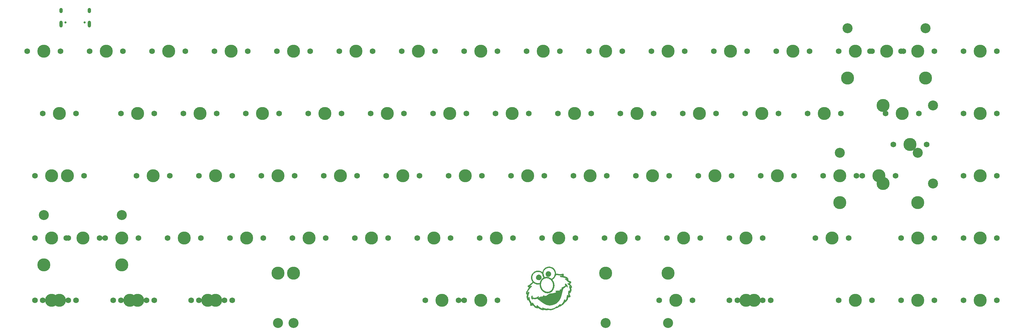
<source format=gbr>
%TF.GenerationSoftware,KiCad,Pcbnew,(5.1.10)-1*%
%TF.CreationDate,2021-07-23T21:16:20+02:00*%
%TF.ProjectId,67_E,36375f45-2e6b-4696-9361-645f70636258,rev?*%
%TF.SameCoordinates,Original*%
%TF.FileFunction,Soldermask,Top*%
%TF.FilePolarity,Negative*%
%FSLAX46Y46*%
G04 Gerber Fmt 4.6, Leading zero omitted, Abs format (unit mm)*
G04 Created by KiCad (PCBNEW (5.1.10)-1) date 2021-07-23 21:16:20*
%MOMM*%
%LPD*%
G01*
G04 APERTURE LIST*
%ADD10C,0.010000*%
%ADD11C,3.987800*%
%ADD12C,1.750000*%
%ADD13C,3.048000*%
%ADD14O,1.000000X2.100000*%
%ADD15C,0.650000*%
%ADD16O,1.000000X1.600000*%
G04 APERTURE END LIST*
D10*
%TO.C,G\u002A\u002A\u002A*%
G36*
X218541316Y-156478642D02*
G01*
X218705605Y-156520134D01*
X218865923Y-156597673D01*
X218999261Y-156697441D01*
X219105916Y-156818903D01*
X219183914Y-156965591D01*
X219237504Y-157146557D01*
X219254829Y-157241845D01*
X219254190Y-157396260D01*
X219209902Y-157554287D01*
X219127619Y-157707290D01*
X219012993Y-157846629D01*
X218871675Y-157963667D01*
X218732426Y-158040191D01*
X218659062Y-158059668D01*
X218554395Y-158072810D01*
X218435813Y-158079062D01*
X218320704Y-158077872D01*
X218226457Y-158068685D01*
X218183333Y-158057659D01*
X218125507Y-158028966D01*
X218050560Y-157984528D01*
X217970413Y-157932436D01*
X217896988Y-157880780D01*
X217842205Y-157837651D01*
X217817986Y-157811139D01*
X217817700Y-157809522D01*
X217804584Y-157779606D01*
X217771455Y-157724498D01*
X217752669Y-157696061D01*
X217679430Y-157543056D01*
X217648221Y-157362434D01*
X217659229Y-157155382D01*
X217663575Y-157127742D01*
X217687823Y-157011150D01*
X217721315Y-156919285D01*
X217772830Y-156836360D01*
X217851147Y-156746591D01*
X217906600Y-156690767D01*
X218042010Y-156590586D01*
X218213562Y-156517108D01*
X218386304Y-156477939D01*
X218541316Y-156478642D01*
G37*
X218541316Y-156478642D02*
X218705605Y-156520134D01*
X218865923Y-156597673D01*
X218999261Y-156697441D01*
X219105916Y-156818903D01*
X219183914Y-156965591D01*
X219237504Y-157146557D01*
X219254829Y-157241845D01*
X219254190Y-157396260D01*
X219209902Y-157554287D01*
X219127619Y-157707290D01*
X219012993Y-157846629D01*
X218871675Y-157963667D01*
X218732426Y-158040191D01*
X218659062Y-158059668D01*
X218554395Y-158072810D01*
X218435813Y-158079062D01*
X218320704Y-158077872D01*
X218226457Y-158068685D01*
X218183333Y-158057659D01*
X218125507Y-158028966D01*
X218050560Y-157984528D01*
X217970413Y-157932436D01*
X217896988Y-157880780D01*
X217842205Y-157837651D01*
X217817986Y-157811139D01*
X217817700Y-157809522D01*
X217804584Y-157779606D01*
X217771455Y-157724498D01*
X217752669Y-157696061D01*
X217679430Y-157543056D01*
X217648221Y-157362434D01*
X217659229Y-157155382D01*
X217663575Y-157127742D01*
X217687823Y-157011150D01*
X217721315Y-156919285D01*
X217772830Y-156836360D01*
X217851147Y-156746591D01*
X217906600Y-156690767D01*
X218042010Y-156590586D01*
X218213562Y-156517108D01*
X218386304Y-156477939D01*
X218541316Y-156478642D01*
G36*
X226714248Y-159204852D02*
G01*
X226811565Y-159264707D01*
X226903538Y-159366135D01*
X227047739Y-159573820D01*
X227150250Y-159758986D01*
X227212762Y-159925549D01*
X227236966Y-160077423D01*
X227236212Y-160136306D01*
X227217544Y-160236112D01*
X227180739Y-160290263D01*
X227130623Y-160298415D01*
X227072022Y-160260227D01*
X227009761Y-160175357D01*
X226997544Y-160153224D01*
X226948538Y-160067238D01*
X226895832Y-159984140D01*
X226884550Y-159967866D01*
X226826364Y-159886151D01*
X226773418Y-159959425D01*
X226648401Y-160112086D01*
X226496685Y-160257727D01*
X226345002Y-160379384D01*
X226258731Y-160443027D01*
X226187509Y-160493253D01*
X226141051Y-160523334D01*
X226129102Y-160528913D01*
X226081952Y-160552315D01*
X226024762Y-160609962D01*
X225966247Y-160688886D01*
X225915122Y-160776119D01*
X225880099Y-160858694D01*
X225869500Y-160915226D01*
X225853779Y-160964330D01*
X225846476Y-160973770D01*
X225827802Y-161011001D01*
X225799541Y-161089942D01*
X225763820Y-161202875D01*
X225722770Y-161342079D01*
X225678520Y-161499835D01*
X225633199Y-161668423D01*
X225588936Y-161840124D01*
X225547860Y-162007218D01*
X225512100Y-162161986D01*
X225489529Y-162267900D01*
X225469781Y-162355905D01*
X225450425Y-162427116D01*
X225438687Y-162459233D01*
X225419950Y-162510280D01*
X225401541Y-162581300D01*
X225400500Y-162586233D01*
X225376292Y-162691384D01*
X225344613Y-162813248D01*
X225309913Y-162936199D01*
X225276644Y-163044613D01*
X225249254Y-163122867D01*
X225244088Y-163135338D01*
X225219674Y-163204950D01*
X225209111Y-163262351D01*
X225209100Y-163263608D01*
X225198206Y-163316758D01*
X225186768Y-163335970D01*
X225165600Y-163374155D01*
X225140246Y-163439718D01*
X225133138Y-163461700D01*
X225089222Y-163579442D01*
X225023017Y-163726104D01*
X224941312Y-163888953D01*
X224850897Y-164055255D01*
X224758560Y-164212274D01*
X224671090Y-164347278D01*
X224632090Y-164401500D01*
X224396635Y-164685854D01*
X224145695Y-164931554D01*
X223872273Y-165143571D01*
X223569374Y-165326875D01*
X223230005Y-165486436D01*
X222961200Y-165588692D01*
X222697611Y-165670502D01*
X222429537Y-165734757D01*
X222167431Y-165779900D01*
X221921750Y-165804374D01*
X221702947Y-165806621D01*
X221576900Y-165794960D01*
X221520760Y-165786801D01*
X221432636Y-165774078D01*
X221330827Y-165759434D01*
X221322900Y-165758296D01*
X221161464Y-165728352D01*
X220983958Y-165684402D01*
X220809980Y-165632025D01*
X220659124Y-165576804D01*
X220609661Y-165555176D01*
X220374848Y-165442075D01*
X220178954Y-165340228D01*
X220091000Y-165290713D01*
X220004042Y-165236443D01*
X219885739Y-165157574D01*
X219744991Y-165060501D01*
X219590701Y-164951619D01*
X219431773Y-164837322D01*
X219277108Y-164724006D01*
X219135609Y-164618067D01*
X219016180Y-164525898D01*
X218936991Y-164461752D01*
X218876993Y-164413186D01*
X218795789Y-164350029D01*
X218702242Y-164278863D01*
X218605216Y-164206270D01*
X218513574Y-164138833D01*
X218436179Y-164083133D01*
X218381895Y-164045753D01*
X218359917Y-164033200D01*
X218330585Y-164019342D01*
X218278871Y-163984994D01*
X218264597Y-163974541D01*
X218200402Y-163932061D01*
X218111079Y-163879551D01*
X218026523Y-163833921D01*
X217867046Y-163751960D01*
X217683623Y-163820216D01*
X217570675Y-163857518D01*
X217453376Y-163888792D01*
X217360500Y-163906719D01*
X217187212Y-163911067D01*
X216998324Y-163885626D01*
X216815970Y-163834623D01*
X216690743Y-163778849D01*
X216543419Y-163697996D01*
X216560559Y-163835179D01*
X216567783Y-163921413D01*
X216560962Y-163973155D01*
X216538002Y-164005285D01*
X216536433Y-164006610D01*
X216479940Y-164025120D01*
X216415653Y-163997800D01*
X216347187Y-163928321D01*
X216278162Y-163820353D01*
X216212208Y-163677600D01*
X216185006Y-163575049D01*
X216169779Y-163445463D01*
X216166520Y-163305620D01*
X216175222Y-163172297D01*
X216195878Y-163062275D01*
X216212469Y-163017494D01*
X216272578Y-162934207D01*
X216348811Y-162885277D01*
X216429402Y-162876871D01*
X216461678Y-162886889D01*
X216494757Y-162907789D01*
X216513536Y-162940119D01*
X216519335Y-162993916D01*
X216513474Y-163079218D01*
X216500542Y-163182300D01*
X216492594Y-163260039D01*
X216499172Y-163305947D01*
X216525159Y-163338067D01*
X216547217Y-163354780D01*
X216660918Y-163423044D01*
X216796078Y-163485852D01*
X216928722Y-163532776D01*
X216991064Y-163547875D01*
X217090124Y-163557132D01*
X217208289Y-163554890D01*
X217327085Y-163542849D01*
X217428040Y-163522707D01*
X217482014Y-163502735D01*
X217547676Y-163479556D01*
X217587362Y-163474400D01*
X217649717Y-163461047D01*
X217743373Y-163424534D01*
X217857566Y-163370178D01*
X217981529Y-163303294D01*
X218104496Y-163229201D01*
X218165467Y-163188905D01*
X218253333Y-163133085D01*
X218329972Y-163092302D01*
X218382894Y-163072917D01*
X218394067Y-163072461D01*
X218438520Y-163100490D01*
X218446436Y-163155833D01*
X218418664Y-163231409D01*
X218365744Y-163308585D01*
X218316198Y-163371127D01*
X218283202Y-163416761D01*
X218274900Y-163432206D01*
X218296707Y-163448996D01*
X218347850Y-163460944D01*
X218406911Y-163465352D01*
X218452469Y-163459522D01*
X218460090Y-163455536D01*
X218498588Y-163435527D01*
X218569629Y-163405769D01*
X218655310Y-163373625D01*
X218754122Y-163330646D01*
X218871788Y-163268006D01*
X218987081Y-163197257D01*
X219017816Y-163176331D01*
X219132708Y-163101050D01*
X219213843Y-163060919D01*
X219263865Y-163055648D01*
X219285416Y-163084951D01*
X219281319Y-163147650D01*
X219253011Y-163217157D01*
X219202825Y-163289746D01*
X219189614Y-163304183D01*
X219145338Y-163353527D01*
X219123491Y-163386084D01*
X219123299Y-163391466D01*
X219151030Y-163388160D01*
X219206614Y-163366134D01*
X219274537Y-163333125D01*
X219339284Y-163296869D01*
X219385343Y-163265103D01*
X219394317Y-163256310D01*
X219430959Y-163225593D01*
X219447174Y-163220400D01*
X219475740Y-163204696D01*
X219532525Y-163162819D01*
X219608024Y-163102619D01*
X219692734Y-163031949D01*
X219777152Y-162958658D01*
X219851773Y-162890598D01*
X219883403Y-162860027D01*
X219937642Y-162810128D01*
X219978563Y-162792002D01*
X220027381Y-162800168D01*
X220063946Y-162813371D01*
X220113300Y-162846193D01*
X220128907Y-162903979D01*
X220129100Y-162914971D01*
X220129100Y-162991800D01*
X220301563Y-162991800D01*
X220497118Y-162976385D01*
X220689250Y-162933383D01*
X220857136Y-162867655D01*
X220876181Y-162857647D01*
X220956747Y-162810206D01*
X221065595Y-162741327D01*
X221190001Y-162659560D01*
X221317243Y-162573454D01*
X221434595Y-162491558D01*
X221529336Y-162422421D01*
X221564200Y-162395351D01*
X221696339Y-162314118D01*
X221865224Y-162248959D01*
X222058381Y-162203360D01*
X222263342Y-162180806D01*
X222338301Y-162179000D01*
X222481516Y-162174345D01*
X222636015Y-162161502D01*
X222791859Y-162142153D01*
X222939110Y-162117982D01*
X223067828Y-162090670D01*
X223168075Y-162061901D01*
X223229912Y-162033356D01*
X223237969Y-162026690D01*
X223283293Y-162005000D01*
X223313079Y-162001200D01*
X223367026Y-161989148D01*
X223451191Y-161957027D01*
X223552224Y-161910890D01*
X223656772Y-161856789D01*
X223742250Y-161806660D01*
X223806269Y-161759028D01*
X223836176Y-161721081D01*
X223828052Y-161699258D01*
X223809405Y-161696400D01*
X223764175Y-161679034D01*
X223704166Y-161635950D01*
X223644203Y-161580665D01*
X223599112Y-161526696D01*
X223583500Y-161490436D01*
X223591624Y-161458316D01*
X223619497Y-161433184D01*
X223672367Y-161414138D01*
X223755483Y-161400272D01*
X223874094Y-161390680D01*
X224033448Y-161384459D01*
X224218500Y-161380961D01*
X224403206Y-161377674D01*
X224546019Y-161372798D01*
X224655837Y-161365576D01*
X224741559Y-161355251D01*
X224812084Y-161341064D01*
X224865095Y-161325930D01*
X224944648Y-161299433D01*
X224980716Y-161283220D01*
X224978506Y-161273098D01*
X224943225Y-161264870D01*
X224941295Y-161264537D01*
X224884220Y-161243867D01*
X224860633Y-161197899D01*
X224858014Y-161180393D01*
X224857808Y-161126142D01*
X224876742Y-161083919D01*
X224922607Y-161047036D01*
X225003196Y-161008808D01*
X225101560Y-160971442D01*
X225233995Y-160921003D01*
X225331534Y-160876463D01*
X225408259Y-160830232D01*
X225478252Y-160774719D01*
X225495985Y-160758833D01*
X225566970Y-160694120D01*
X225483285Y-160666103D01*
X225419325Y-160632491D01*
X225393097Y-160581131D01*
X225391684Y-160571599D01*
X225399031Y-160484280D01*
X225447827Y-160420364D01*
X225530672Y-160378107D01*
X225794815Y-160273509D01*
X226029869Y-160159163D01*
X226230035Y-160038462D01*
X226389516Y-159914798D01*
X226476919Y-159824594D01*
X226545336Y-159729335D01*
X226572923Y-159654225D01*
X226561331Y-159591558D01*
X226534698Y-159555043D01*
X226483081Y-159482313D01*
X226443790Y-159396087D01*
X226428300Y-159321918D01*
X226448202Y-159287871D01*
X226497779Y-159245351D01*
X226515968Y-159233361D01*
X226616284Y-159194598D01*
X226714248Y-159204852D01*
G37*
X226714248Y-159204852D02*
X226811565Y-159264707D01*
X226903538Y-159366135D01*
X227047739Y-159573820D01*
X227150250Y-159758986D01*
X227212762Y-159925549D01*
X227236966Y-160077423D01*
X227236212Y-160136306D01*
X227217544Y-160236112D01*
X227180739Y-160290263D01*
X227130623Y-160298415D01*
X227072022Y-160260227D01*
X227009761Y-160175357D01*
X226997544Y-160153224D01*
X226948538Y-160067238D01*
X226895832Y-159984140D01*
X226884550Y-159967866D01*
X226826364Y-159886151D01*
X226773418Y-159959425D01*
X226648401Y-160112086D01*
X226496685Y-160257727D01*
X226345002Y-160379384D01*
X226258731Y-160443027D01*
X226187509Y-160493253D01*
X226141051Y-160523334D01*
X226129102Y-160528913D01*
X226081952Y-160552315D01*
X226024762Y-160609962D01*
X225966247Y-160688886D01*
X225915122Y-160776119D01*
X225880099Y-160858694D01*
X225869500Y-160915226D01*
X225853779Y-160964330D01*
X225846476Y-160973770D01*
X225827802Y-161011001D01*
X225799541Y-161089942D01*
X225763820Y-161202875D01*
X225722770Y-161342079D01*
X225678520Y-161499835D01*
X225633199Y-161668423D01*
X225588936Y-161840124D01*
X225547860Y-162007218D01*
X225512100Y-162161986D01*
X225489529Y-162267900D01*
X225469781Y-162355905D01*
X225450425Y-162427116D01*
X225438687Y-162459233D01*
X225419950Y-162510280D01*
X225401541Y-162581300D01*
X225400500Y-162586233D01*
X225376292Y-162691384D01*
X225344613Y-162813248D01*
X225309913Y-162936199D01*
X225276644Y-163044613D01*
X225249254Y-163122867D01*
X225244088Y-163135338D01*
X225219674Y-163204950D01*
X225209111Y-163262351D01*
X225209100Y-163263608D01*
X225198206Y-163316758D01*
X225186768Y-163335970D01*
X225165600Y-163374155D01*
X225140246Y-163439718D01*
X225133138Y-163461700D01*
X225089222Y-163579442D01*
X225023017Y-163726104D01*
X224941312Y-163888953D01*
X224850897Y-164055255D01*
X224758560Y-164212274D01*
X224671090Y-164347278D01*
X224632090Y-164401500D01*
X224396635Y-164685854D01*
X224145695Y-164931554D01*
X223872273Y-165143571D01*
X223569374Y-165326875D01*
X223230005Y-165486436D01*
X222961200Y-165588692D01*
X222697611Y-165670502D01*
X222429537Y-165734757D01*
X222167431Y-165779900D01*
X221921750Y-165804374D01*
X221702947Y-165806621D01*
X221576900Y-165794960D01*
X221520760Y-165786801D01*
X221432636Y-165774078D01*
X221330827Y-165759434D01*
X221322900Y-165758296D01*
X221161464Y-165728352D01*
X220983958Y-165684402D01*
X220809980Y-165632025D01*
X220659124Y-165576804D01*
X220609661Y-165555176D01*
X220374848Y-165442075D01*
X220178954Y-165340228D01*
X220091000Y-165290713D01*
X220004042Y-165236443D01*
X219885739Y-165157574D01*
X219744991Y-165060501D01*
X219590701Y-164951619D01*
X219431773Y-164837322D01*
X219277108Y-164724006D01*
X219135609Y-164618067D01*
X219016180Y-164525898D01*
X218936991Y-164461752D01*
X218876993Y-164413186D01*
X218795789Y-164350029D01*
X218702242Y-164278863D01*
X218605216Y-164206270D01*
X218513574Y-164138833D01*
X218436179Y-164083133D01*
X218381895Y-164045753D01*
X218359917Y-164033200D01*
X218330585Y-164019342D01*
X218278871Y-163984994D01*
X218264597Y-163974541D01*
X218200402Y-163932061D01*
X218111079Y-163879551D01*
X218026523Y-163833921D01*
X217867046Y-163751960D01*
X217683623Y-163820216D01*
X217570675Y-163857518D01*
X217453376Y-163888792D01*
X217360500Y-163906719D01*
X217187212Y-163911067D01*
X216998324Y-163885626D01*
X216815970Y-163834623D01*
X216690743Y-163778849D01*
X216543419Y-163697996D01*
X216560559Y-163835179D01*
X216567783Y-163921413D01*
X216560962Y-163973155D01*
X216538002Y-164005285D01*
X216536433Y-164006610D01*
X216479940Y-164025120D01*
X216415653Y-163997800D01*
X216347187Y-163928321D01*
X216278162Y-163820353D01*
X216212208Y-163677600D01*
X216185006Y-163575049D01*
X216169779Y-163445463D01*
X216166520Y-163305620D01*
X216175222Y-163172297D01*
X216195878Y-163062275D01*
X216212469Y-163017494D01*
X216272578Y-162934207D01*
X216348811Y-162885277D01*
X216429402Y-162876871D01*
X216461678Y-162886889D01*
X216494757Y-162907789D01*
X216513536Y-162940119D01*
X216519335Y-162993916D01*
X216513474Y-163079218D01*
X216500542Y-163182300D01*
X216492594Y-163260039D01*
X216499172Y-163305947D01*
X216525159Y-163338067D01*
X216547217Y-163354780D01*
X216660918Y-163423044D01*
X216796078Y-163485852D01*
X216928722Y-163532776D01*
X216991064Y-163547875D01*
X217090124Y-163557132D01*
X217208289Y-163554890D01*
X217327085Y-163542849D01*
X217428040Y-163522707D01*
X217482014Y-163502735D01*
X217547676Y-163479556D01*
X217587362Y-163474400D01*
X217649717Y-163461047D01*
X217743373Y-163424534D01*
X217857566Y-163370178D01*
X217981529Y-163303294D01*
X218104496Y-163229201D01*
X218165467Y-163188905D01*
X218253333Y-163133085D01*
X218329972Y-163092302D01*
X218382894Y-163072917D01*
X218394067Y-163072461D01*
X218438520Y-163100490D01*
X218446436Y-163155833D01*
X218418664Y-163231409D01*
X218365744Y-163308585D01*
X218316198Y-163371127D01*
X218283202Y-163416761D01*
X218274900Y-163432206D01*
X218296707Y-163448996D01*
X218347850Y-163460944D01*
X218406911Y-163465352D01*
X218452469Y-163459522D01*
X218460090Y-163455536D01*
X218498588Y-163435527D01*
X218569629Y-163405769D01*
X218655310Y-163373625D01*
X218754122Y-163330646D01*
X218871788Y-163268006D01*
X218987081Y-163197257D01*
X219017816Y-163176331D01*
X219132708Y-163101050D01*
X219213843Y-163060919D01*
X219263865Y-163055648D01*
X219285416Y-163084951D01*
X219281319Y-163147650D01*
X219253011Y-163217157D01*
X219202825Y-163289746D01*
X219189614Y-163304183D01*
X219145338Y-163353527D01*
X219123491Y-163386084D01*
X219123299Y-163391466D01*
X219151030Y-163388160D01*
X219206614Y-163366134D01*
X219274537Y-163333125D01*
X219339284Y-163296869D01*
X219385343Y-163265103D01*
X219394317Y-163256310D01*
X219430959Y-163225593D01*
X219447174Y-163220400D01*
X219475740Y-163204696D01*
X219532525Y-163162819D01*
X219608024Y-163102619D01*
X219692734Y-163031949D01*
X219777152Y-162958658D01*
X219851773Y-162890598D01*
X219883403Y-162860027D01*
X219937642Y-162810128D01*
X219978563Y-162792002D01*
X220027381Y-162800168D01*
X220063946Y-162813371D01*
X220113300Y-162846193D01*
X220128907Y-162903979D01*
X220129100Y-162914971D01*
X220129100Y-162991800D01*
X220301563Y-162991800D01*
X220497118Y-162976385D01*
X220689250Y-162933383D01*
X220857136Y-162867655D01*
X220876181Y-162857647D01*
X220956747Y-162810206D01*
X221065595Y-162741327D01*
X221190001Y-162659560D01*
X221317243Y-162573454D01*
X221434595Y-162491558D01*
X221529336Y-162422421D01*
X221564200Y-162395351D01*
X221696339Y-162314118D01*
X221865224Y-162248959D01*
X222058381Y-162203360D01*
X222263342Y-162180806D01*
X222338301Y-162179000D01*
X222481516Y-162174345D01*
X222636015Y-162161502D01*
X222791859Y-162142153D01*
X222939110Y-162117982D01*
X223067828Y-162090670D01*
X223168075Y-162061901D01*
X223229912Y-162033356D01*
X223237969Y-162026690D01*
X223283293Y-162005000D01*
X223313079Y-162001200D01*
X223367026Y-161989148D01*
X223451191Y-161957027D01*
X223552224Y-161910890D01*
X223656772Y-161856789D01*
X223742250Y-161806660D01*
X223806269Y-161759028D01*
X223836176Y-161721081D01*
X223828052Y-161699258D01*
X223809405Y-161696400D01*
X223764175Y-161679034D01*
X223704166Y-161635950D01*
X223644203Y-161580665D01*
X223599112Y-161526696D01*
X223583500Y-161490436D01*
X223591624Y-161458316D01*
X223619497Y-161433184D01*
X223672367Y-161414138D01*
X223755483Y-161400272D01*
X223874094Y-161390680D01*
X224033448Y-161384459D01*
X224218500Y-161380961D01*
X224403206Y-161377674D01*
X224546019Y-161372798D01*
X224655837Y-161365576D01*
X224741559Y-161355251D01*
X224812084Y-161341064D01*
X224865095Y-161325930D01*
X224944648Y-161299433D01*
X224980716Y-161283220D01*
X224978506Y-161273098D01*
X224943225Y-161264870D01*
X224941295Y-161264537D01*
X224884220Y-161243867D01*
X224860633Y-161197899D01*
X224858014Y-161180393D01*
X224857808Y-161126142D01*
X224876742Y-161083919D01*
X224922607Y-161047036D01*
X225003196Y-161008808D01*
X225101560Y-160971442D01*
X225233995Y-160921003D01*
X225331534Y-160876463D01*
X225408259Y-160830232D01*
X225478252Y-160774719D01*
X225495985Y-160758833D01*
X225566970Y-160694120D01*
X225483285Y-160666103D01*
X225419325Y-160632491D01*
X225393097Y-160581131D01*
X225391684Y-160571599D01*
X225399031Y-160484280D01*
X225447827Y-160420364D01*
X225530672Y-160378107D01*
X225794815Y-160273509D01*
X226029869Y-160159163D01*
X226230035Y-160038462D01*
X226389516Y-159914798D01*
X226476919Y-159824594D01*
X226545336Y-159729335D01*
X226572923Y-159654225D01*
X226561331Y-159591558D01*
X226534698Y-159555043D01*
X226483081Y-159482313D01*
X226443790Y-159396087D01*
X226428300Y-159321918D01*
X226448202Y-159287871D01*
X226497779Y-159245351D01*
X226515968Y-159233361D01*
X226616284Y-159194598D01*
X226714248Y-159204852D01*
G36*
X221521418Y-155456160D02*
G01*
X221655540Y-155498993D01*
X221698627Y-155518318D01*
X221869548Y-155626113D01*
X222005999Y-155771129D01*
X222107539Y-155952869D01*
X222125656Y-155999119D01*
X222159760Y-156097356D01*
X222177073Y-156168217D01*
X222179759Y-156231460D01*
X222169985Y-156306837D01*
X222163379Y-156343176D01*
X222102803Y-156551982D01*
X222006573Y-156726766D01*
X221876287Y-156865513D01*
X221713545Y-156966209D01*
X221647653Y-156992641D01*
X221505629Y-157028731D01*
X221351236Y-157045545D01*
X221203816Y-157042232D01*
X221082710Y-157017939D01*
X221081600Y-157017553D01*
X220968024Y-156960610D01*
X220849622Y-156873005D01*
X220740923Y-156768085D01*
X220656457Y-156659197D01*
X220622920Y-156596241D01*
X220592146Y-156489417D01*
X220572619Y-156354911D01*
X220565731Y-156213678D01*
X220572876Y-156086674D01*
X220584897Y-156024509D01*
X220649242Y-155877346D01*
X220752159Y-155737853D01*
X220882520Y-155615956D01*
X221029199Y-155521583D01*
X221181069Y-155464662D01*
X221220862Y-155457098D01*
X221383266Y-155443059D01*
X221521418Y-155456160D01*
G37*
X221521418Y-155456160D02*
X221655540Y-155498993D01*
X221698627Y-155518318D01*
X221869548Y-155626113D01*
X222005999Y-155771129D01*
X222107539Y-155952869D01*
X222125656Y-155999119D01*
X222159760Y-156097356D01*
X222177073Y-156168217D01*
X222179759Y-156231460D01*
X222169985Y-156306837D01*
X222163379Y-156343176D01*
X222102803Y-156551982D01*
X222006573Y-156726766D01*
X221876287Y-156865513D01*
X221713545Y-156966209D01*
X221647653Y-156992641D01*
X221505629Y-157028731D01*
X221351236Y-157045545D01*
X221203816Y-157042232D01*
X221082710Y-157017939D01*
X221081600Y-157017553D01*
X220968024Y-156960610D01*
X220849622Y-156873005D01*
X220740923Y-156768085D01*
X220656457Y-156659197D01*
X220622920Y-156596241D01*
X220592146Y-156489417D01*
X220572619Y-156354911D01*
X220565731Y-156213678D01*
X220572876Y-156086674D01*
X220584897Y-156024509D01*
X220649242Y-155877346D01*
X220752159Y-155737853D01*
X220882520Y-155615956D01*
X221029199Y-155521583D01*
X221181069Y-155464662D01*
X221220862Y-155457098D01*
X221383266Y-155443059D01*
X221521418Y-155456160D01*
G36*
X221948405Y-154035749D02*
G01*
X222123965Y-154074893D01*
X222129827Y-154076801D01*
X222234336Y-154113027D01*
X222335531Y-154150924D01*
X222402400Y-154178389D01*
X222482178Y-154211670D01*
X222553674Y-154238052D01*
X222567500Y-154242436D01*
X222619153Y-154263486D01*
X222681414Y-154301331D01*
X222763238Y-154362067D01*
X222867291Y-154446562D01*
X222935996Y-154501906D01*
X222997574Y-154548651D01*
X223014912Y-154560862D01*
X223058727Y-154599876D01*
X223122448Y-154667803D01*
X223195891Y-154752625D01*
X223268870Y-154842328D01*
X223331198Y-154924895D01*
X223361858Y-154970129D01*
X223490012Y-155212063D01*
X223589831Y-155479104D01*
X223655025Y-155752331D01*
X223674950Y-155911950D01*
X223683002Y-156017012D01*
X223694000Y-156085467D01*
X223717484Y-156126257D01*
X223762995Y-156148325D01*
X223840076Y-156160614D01*
X223951800Y-156171432D01*
X224084422Y-156186159D01*
X224237762Y-156205941D01*
X224397378Y-156228642D01*
X224548826Y-156252123D01*
X224677662Y-156274246D01*
X224764600Y-156291745D01*
X224966853Y-156315828D01*
X225191445Y-156302269D01*
X225403812Y-156258273D01*
X225511057Y-156229312D01*
X225611067Y-156203211D01*
X225684415Y-156185029D01*
X225691700Y-156183346D01*
X225768361Y-156164654D01*
X225831794Y-156147164D01*
X225833852Y-156146527D01*
X225882745Y-156147231D01*
X225939471Y-156183882D01*
X225967202Y-156210010D01*
X226021732Y-156276493D01*
X226046312Y-156347433D01*
X226051745Y-156408803D01*
X226052521Y-156563788D01*
X226040564Y-156678489D01*
X226014475Y-156762143D01*
X225992414Y-156799938D01*
X225961055Y-156847190D01*
X225949719Y-156870991D01*
X225950320Y-156871613D01*
X225976712Y-156878392D01*
X226040849Y-156895578D01*
X226131483Y-156920145D01*
X226187000Y-156935284D01*
X226311121Y-156969070D01*
X226438046Y-157003413D01*
X226545021Y-157032162D01*
X226568000Y-157038291D01*
X226655417Y-157064850D01*
X226726119Y-157092216D01*
X226758500Y-157110137D01*
X226807578Y-157140090D01*
X226876973Y-157171774D01*
X226885500Y-157175076D01*
X227004900Y-157234645D01*
X227123701Y-157319080D01*
X227234761Y-157420160D01*
X227330940Y-157529668D01*
X227405096Y-157639386D01*
X227450087Y-157741093D01*
X227458772Y-157826573D01*
X227457493Y-157833354D01*
X227433810Y-157897807D01*
X227404567Y-157938555D01*
X227373577Y-157974426D01*
X227368099Y-157990214D01*
X227385263Y-158015636D01*
X227431724Y-158067868D01*
X227499939Y-158138749D01*
X227564949Y-158203243D01*
X227657154Y-158290974D01*
X227728765Y-158351237D01*
X227794378Y-158393203D01*
X227868586Y-158426044D01*
X227965985Y-158458931D01*
X227977700Y-158462618D01*
X228095922Y-158504947D01*
X228190558Y-158549028D01*
X228248891Y-158588890D01*
X228250750Y-158590795D01*
X228297015Y-158674388D01*
X228305837Y-158778518D01*
X228276409Y-158888526D01*
X228268130Y-158905629D01*
X228219058Y-158987094D01*
X228152462Y-159080979D01*
X228081136Y-159170620D01*
X228017876Y-159239353D01*
X227998799Y-159256374D01*
X227973850Y-159278827D01*
X227966403Y-159300256D01*
X227981027Y-159329937D01*
X228022290Y-159377141D01*
X228094715Y-159451100D01*
X228238258Y-159616468D01*
X228359676Y-159796840D01*
X228452777Y-159980829D01*
X228511369Y-160157048D01*
X228526483Y-160245005D01*
X228524882Y-160364239D01*
X228489491Y-160447808D01*
X228417904Y-160499993D01*
X228375435Y-160513840D01*
X228313395Y-160533897D01*
X228290786Y-160558485D01*
X228294146Y-160590040D01*
X228336292Y-160744873D01*
X228363463Y-160868153D01*
X228378410Y-160975933D01*
X228383887Y-161084264D01*
X228384100Y-161114619D01*
X228372152Y-161287499D01*
X228338844Y-161450607D01*
X228287979Y-161588331D01*
X228254498Y-161646726D01*
X228219894Y-161705640D01*
X228176920Y-161789968D01*
X228146602Y-161855337D01*
X228105231Y-161939786D01*
X228063892Y-161989267D01*
X228006283Y-162015610D01*
X227916099Y-162030641D01*
X227902816Y-162032189D01*
X227870636Y-162039259D01*
X227851177Y-162058821D01*
X227840293Y-162102103D01*
X227833835Y-162180329D01*
X227831500Y-162225180D01*
X227834769Y-162369082D01*
X227856201Y-162508276D01*
X227892418Y-162627640D01*
X227940041Y-162712050D01*
X227940337Y-162712400D01*
X227992235Y-162786240D01*
X228042085Y-162877701D01*
X228081581Y-162969109D01*
X228102419Y-163042796D01*
X228103786Y-163060188D01*
X228078969Y-163148627D01*
X228013541Y-163227046D01*
X227917526Y-163289555D01*
X227800946Y-163330265D01*
X227673821Y-163343287D01*
X227627494Y-163340073D01*
X227547850Y-163329856D01*
X227486309Y-163320583D01*
X227470165Y-163317506D01*
X227445379Y-163329471D01*
X227423850Y-163381599D01*
X227406224Y-163461700D01*
X227389001Y-163549611D01*
X227373067Y-163620494D01*
X227364114Y-163652200D01*
X227347688Y-163699952D01*
X227324530Y-163771367D01*
X227318055Y-163791900D01*
X227257009Y-163950307D01*
X227170830Y-164125682D01*
X227070107Y-164298873D01*
X226965425Y-164450724D01*
X226928233Y-164497163D01*
X226850926Y-164579624D01*
X226757064Y-164666150D01*
X226658702Y-164746969D01*
X226567894Y-164812311D01*
X226496695Y-164852406D01*
X226484165Y-164857092D01*
X226442520Y-164886190D01*
X226387644Y-164944837D01*
X226341619Y-165005925D01*
X226222945Y-165161454D01*
X226078039Y-165321339D01*
X225913320Y-165480865D01*
X225735207Y-165635319D01*
X225550121Y-165779989D01*
X225364479Y-165910160D01*
X225184700Y-166021119D01*
X225017206Y-166108154D01*
X224868413Y-166166551D01*
X224744742Y-166191597D01*
X224725987Y-166192200D01*
X224659196Y-166209708D01*
X224596613Y-166251144D01*
X224473577Y-166356660D01*
X224334496Y-166452772D01*
X224189672Y-166534347D01*
X224049408Y-166596254D01*
X223924005Y-166633362D01*
X223823765Y-166640539D01*
X223816746Y-166639607D01*
X223739350Y-166637851D01*
X223658976Y-166660190D01*
X223563741Y-166711159D01*
X223478496Y-166768703D01*
X223411267Y-166814455D01*
X223360663Y-166844927D01*
X223342119Y-166852600D01*
X223312231Y-166864728D01*
X223252379Y-166896429D01*
X223180422Y-166937956D01*
X223060551Y-166998960D01*
X222904050Y-167062998D01*
X222724493Y-167125341D01*
X222535453Y-167181260D01*
X222358646Y-167224296D01*
X222203443Y-167246357D01*
X222022286Y-167254645D01*
X221833191Y-167249745D01*
X221654171Y-167232239D01*
X221503243Y-167202711D01*
X221479286Y-167195808D01*
X221399305Y-167173036D01*
X221344856Y-167167441D01*
X221293175Y-167180438D01*
X221225286Y-167211598D01*
X221105299Y-167250932D01*
X220951871Y-167272595D01*
X220779466Y-167275818D01*
X220602546Y-167259833D01*
X220535500Y-167248236D01*
X220415034Y-167221785D01*
X220284096Y-167189349D01*
X220211230Y-167169418D01*
X220123861Y-167145655D01*
X220071580Y-167137226D01*
X220041189Y-167143688D01*
X220020730Y-167163016D01*
X219948147Y-167215790D01*
X219839208Y-167243509D01*
X219700874Y-167247654D01*
X219540108Y-167229703D01*
X219363872Y-167191138D01*
X219179130Y-167133438D01*
X218992842Y-167058082D01*
X218811973Y-166966552D01*
X218664023Y-166874628D01*
X218598051Y-166832648D01*
X218547515Y-166806330D01*
X218531935Y-166801800D01*
X218496368Y-166783103D01*
X218485712Y-166770050D01*
X218451307Y-166730194D01*
X218396746Y-166680639D01*
X218333160Y-166629722D01*
X218271682Y-166585783D01*
X218223443Y-166557159D01*
X218199575Y-166552189D01*
X218198700Y-166555051D01*
X218175399Y-166612979D01*
X218110452Y-166653813D01*
X218011287Y-166673574D01*
X217975029Y-166674800D01*
X217847289Y-166659432D01*
X217695223Y-166617087D01*
X217533458Y-166553398D01*
X217376618Y-166473998D01*
X217258900Y-166398937D01*
X217202199Y-166352868D01*
X217126260Y-166283871D01*
X217038485Y-166199539D01*
X216946275Y-166107469D01*
X216857031Y-166015254D01*
X216778153Y-165930490D01*
X216717044Y-165860770D01*
X216681103Y-165813690D01*
X216674699Y-165799463D01*
X216660252Y-165786234D01*
X216613005Y-165794690D01*
X216527102Y-165825929D01*
X216521619Y-165828136D01*
X216358890Y-165876613D01*
X216170103Y-165903931D01*
X216159215Y-165904741D01*
X216049620Y-165910727D01*
X215972525Y-165905868D01*
X215922217Y-165882980D01*
X215892983Y-165834878D01*
X215879109Y-165754380D01*
X215874882Y-165634301D01*
X215874600Y-165546890D01*
X215873558Y-165419289D01*
X215868848Y-165328498D01*
X215858093Y-165260545D01*
X215838915Y-165201457D01*
X215808936Y-165137259D01*
X215802886Y-165125400D01*
X215757166Y-165035831D01*
X215715029Y-164952446D01*
X215693616Y-164909500D01*
X215660292Y-164844426D01*
X215633031Y-164795200D01*
X215596562Y-164728613D01*
X215552127Y-164638874D01*
X215507077Y-164541933D01*
X215468762Y-164453739D01*
X215444532Y-164390241D01*
X215441303Y-164379182D01*
X215415569Y-164318233D01*
X215389507Y-164285131D01*
X215358687Y-164242782D01*
X215353899Y-164222088D01*
X215337051Y-164179478D01*
X215293110Y-164174010D01*
X215246692Y-164196828D01*
X215164787Y-164231146D01*
X215081744Y-164229230D01*
X215016357Y-164191520D01*
X215016282Y-164191437D01*
X214990107Y-164148258D01*
X214954118Y-164070307D01*
X214914312Y-163971087D01*
X214895442Y-163919393D01*
X214861120Y-163816602D01*
X214837253Y-163726899D01*
X214821367Y-163635135D01*
X214810988Y-163526160D01*
X214803641Y-163384822D01*
X214802206Y-163348406D01*
X214798259Y-163151546D01*
X214803647Y-162987423D01*
X214819207Y-162838691D01*
X214830209Y-162769538D01*
X214848230Y-162662855D01*
X214862231Y-162573047D01*
X214870203Y-162513350D01*
X214871300Y-162498898D01*
X214849215Y-162470301D01*
X214793412Y-162439979D01*
X214763350Y-162429060D01*
X214662108Y-162373227D01*
X214597202Y-162284470D01*
X214572176Y-162168663D01*
X214574185Y-162115500D01*
X214596409Y-162009070D01*
X214955792Y-162009070D01*
X214957137Y-162019303D01*
X214996365Y-162025411D01*
X215056791Y-161995659D01*
X215130202Y-161935606D01*
X215208382Y-161850810D01*
X215211130Y-161847429D01*
X215290993Y-161757442D01*
X215353429Y-161709713D01*
X215404708Y-161701565D01*
X215451100Y-161730322D01*
X215460851Y-161740850D01*
X215504861Y-161819171D01*
X215517499Y-161920334D01*
X215498470Y-162049385D01*
X215447475Y-162211374D01*
X215430651Y-162255200D01*
X215335041Y-162514993D01*
X215265562Y-162747707D01*
X215218844Y-162967618D01*
X215191521Y-163189004D01*
X215184339Y-163299289D01*
X215179849Y-163428692D01*
X215179075Y-163545791D01*
X215181889Y-163637887D01*
X215188162Y-163692282D01*
X215188345Y-163692989D01*
X215207936Y-163766500D01*
X215241672Y-163690300D01*
X215266151Y-163620029D01*
X215276554Y-163562066D01*
X215294051Y-163516005D01*
X215337982Y-163451820D01*
X215380243Y-163403316D01*
X215458885Y-163330221D01*
X215517665Y-163298347D01*
X215559153Y-163309605D01*
X215585917Y-163365904D01*
X215600526Y-163469156D01*
X215604896Y-163570377D01*
X215618295Y-163736011D01*
X215653365Y-163907988D01*
X215712488Y-164092777D01*
X215798051Y-164296846D01*
X215912439Y-164526664D01*
X216047139Y-164769800D01*
X216138673Y-164934708D01*
X216204690Y-165069159D01*
X216249344Y-165183929D01*
X216276792Y-165289795D01*
X216291190Y-165397531D01*
X216291705Y-165403977D01*
X216306400Y-165593655D01*
X216351676Y-165524260D01*
X216380550Y-165461056D01*
X216385946Y-165384419D01*
X216380860Y-165333558D01*
X216378078Y-165213563D01*
X216401392Y-165116376D01*
X216447108Y-165050379D01*
X216511532Y-165023953D01*
X216517358Y-165023800D01*
X216561432Y-165030732D01*
X216602967Y-165057291D01*
X216652190Y-165112117D01*
X216702804Y-165180489D01*
X216887757Y-165426864D01*
X217072716Y-165647785D01*
X217252092Y-165837159D01*
X217420294Y-165988888D01*
X217500200Y-166049972D01*
X217588663Y-166109854D01*
X217678663Y-166165827D01*
X217758163Y-166210913D01*
X217815121Y-166238139D01*
X217833346Y-166243000D01*
X217835299Y-166219981D01*
X217832649Y-166159922D01*
X217826696Y-166084250D01*
X217820404Y-165995123D01*
X217824570Y-165939592D01*
X217843216Y-165900861D01*
X217879730Y-165862721D01*
X217947256Y-165799943D01*
X218066522Y-165862721D01*
X218149562Y-165915656D01*
X218243127Y-165988828D01*
X218310646Y-166050608D01*
X218406720Y-166142607D01*
X218516061Y-166240520D01*
X218628926Y-166336319D01*
X218735569Y-166421976D01*
X218826246Y-166489461D01*
X218891211Y-166530747D01*
X218896841Y-166533571D01*
X218968761Y-166573730D01*
X219047587Y-166625553D01*
X219060884Y-166635222D01*
X219119932Y-166675400D01*
X219163076Y-166698226D01*
X219171346Y-166700200D01*
X219208128Y-166710263D01*
X219267297Y-166734825D01*
X219274361Y-166738131D01*
X219347815Y-166767418D01*
X219441491Y-166797838D01*
X219483778Y-166809580D01*
X219613157Y-166843098D01*
X219579185Y-166777999D01*
X219549633Y-166704280D01*
X219554286Y-166644130D01*
X219586709Y-166583802D01*
X219625869Y-166539700D01*
X219674433Y-166531548D01*
X219706686Y-166537161D01*
X219780702Y-166562643D01*
X219861737Y-166603135D01*
X219874426Y-166610854D01*
X219948444Y-166652521D01*
X220016750Y-166683184D01*
X220027500Y-166686815D01*
X220089965Y-166709282D01*
X220171343Y-166742597D01*
X220201754Y-166755938D01*
X220268762Y-166778783D01*
X220371977Y-166805765D01*
X220497292Y-166834040D01*
X220630595Y-166860764D01*
X220757777Y-166883093D01*
X220864729Y-166898185D01*
X220932587Y-166903231D01*
X220984046Y-166881991D01*
X221000059Y-166852600D01*
X221029358Y-166811273D01*
X221057350Y-166801800D01*
X221096752Y-166805758D01*
X221171457Y-166816348D01*
X221269952Y-166831639D01*
X221380721Y-166849700D01*
X221492250Y-166868601D01*
X221593026Y-166886412D01*
X221671534Y-166901203D01*
X221716260Y-166911043D01*
X221722228Y-166913261D01*
X221750009Y-166916254D01*
X221817554Y-166916977D01*
X221913895Y-166915768D01*
X222028062Y-166912969D01*
X222149089Y-166908921D01*
X222266005Y-166903963D01*
X222367842Y-166898437D01*
X222443633Y-166892684D01*
X222465900Y-166890168D01*
X222597215Y-166861320D01*
X222757674Y-166809145D01*
X222934921Y-166739321D01*
X223116601Y-166657527D01*
X223290360Y-166569438D01*
X223443842Y-166480733D01*
X223564692Y-166397090D01*
X223596200Y-166370771D01*
X223678161Y-166307388D01*
X223770153Y-166250794D01*
X223856397Y-166209569D01*
X223921113Y-166192291D01*
X223924633Y-166192200D01*
X223981889Y-166207492D01*
X224010427Y-166233390D01*
X224028007Y-166252572D01*
X224056321Y-166251406D01*
X224106234Y-166226712D01*
X224171724Y-166186145D01*
X224243800Y-166133196D01*
X224338572Y-166053927D01*
X224443861Y-165958956D01*
X224547489Y-165858898D01*
X224549985Y-165856392D01*
X224703989Y-165707614D01*
X224832619Y-165596252D01*
X224934598Y-165523252D01*
X225008652Y-165489562D01*
X225043370Y-165489943D01*
X225071626Y-165524277D01*
X225081425Y-165583663D01*
X225071726Y-165645432D01*
X225052043Y-165678696D01*
X225033356Y-165711730D01*
X225036569Y-165723335D01*
X225067277Y-165720543D01*
X225127151Y-165689458D01*
X225207887Y-165636090D01*
X225301178Y-165566445D01*
X225398719Y-165486532D01*
X225492204Y-165402359D01*
X225526523Y-165368921D01*
X225614768Y-165277910D01*
X225701657Y-165183566D01*
X225780125Y-165094124D01*
X225843106Y-165017822D01*
X225883534Y-164962894D01*
X225894900Y-164939527D01*
X225907964Y-164913578D01*
X225941831Y-164858817D01*
X225978656Y-164802842D01*
X226039567Y-164692082D01*
X226098561Y-164549398D01*
X226148867Y-164393433D01*
X226183714Y-164242832D01*
X226185209Y-164234112D01*
X226214163Y-164153327D01*
X226262997Y-164084217D01*
X226264730Y-164082562D01*
X226317760Y-164045669D01*
X226364707Y-164046461D01*
X226411664Y-164088385D01*
X226464725Y-164174892D01*
X226479883Y-164204338D01*
X226544167Y-164332252D01*
X226606883Y-164277406D01*
X226730486Y-164140904D01*
X226834018Y-163964307D01*
X226918163Y-163745774D01*
X226983600Y-163483466D01*
X227031013Y-163175540D01*
X227037767Y-163114345D01*
X227053260Y-162989728D01*
X227071877Y-162875896D01*
X227091031Y-162787133D01*
X227104831Y-162744150D01*
X227153635Y-162678260D01*
X227217812Y-162659793D01*
X227294692Y-162688684D01*
X227368095Y-162750495D01*
X227439981Y-162818290D01*
X227516314Y-162880273D01*
X227586429Y-162928960D01*
X227639664Y-162956865D01*
X227664100Y-162958265D01*
X227663327Y-162928249D01*
X227641231Y-162883751D01*
X227612560Y-162830850D01*
X227574081Y-162748125D01*
X227534005Y-162653249D01*
X227533076Y-162650930D01*
X227507799Y-162586083D01*
X227489784Y-162530949D01*
X227478098Y-162475528D01*
X227471805Y-162409820D01*
X227469971Y-162323821D01*
X227471661Y-162207533D01*
X227475941Y-162050953D01*
X227476196Y-162042222D01*
X227485490Y-161827020D01*
X227500329Y-161657843D01*
X227522209Y-161530079D01*
X227552625Y-161439113D01*
X227593074Y-161380333D01*
X227645048Y-161349125D01*
X227703532Y-161340800D01*
X227758056Y-161350329D01*
X227794275Y-161388028D01*
X227814236Y-161429700D01*
X227843421Y-161487059D01*
X227868958Y-161517240D01*
X227873353Y-161518600D01*
X227888133Y-161495183D01*
X227904509Y-161432649D01*
X227920760Y-161342572D01*
X227935163Y-161236526D01*
X227945996Y-161126087D01*
X227951538Y-161022827D01*
X227951910Y-160990512D01*
X227938275Y-160833202D01*
X227901110Y-160651406D01*
X227844900Y-160463015D01*
X227776618Y-160291325D01*
X227727393Y-160175303D01*
X227704026Y-160094396D01*
X227705715Y-160040475D01*
X227731658Y-160005413D01*
X227747430Y-159995493D01*
X227791894Y-159976037D01*
X227830429Y-159975870D01*
X227874554Y-159999978D01*
X227935790Y-160053346D01*
X227980144Y-160096200D01*
X228066296Y-160173263D01*
X228130745Y-160215606D01*
X228169985Y-160221473D01*
X228180900Y-160196771D01*
X228162740Y-160148562D01*
X228112732Y-160074425D01*
X228037586Y-159981506D01*
X227944011Y-159876952D01*
X227838714Y-159767912D01*
X227728405Y-159661533D01*
X227619793Y-159564962D01*
X227519586Y-159485347D01*
X227499837Y-159471169D01*
X227379498Y-159381958D01*
X227299621Y-159310506D01*
X227255306Y-159251701D01*
X227241664Y-159201743D01*
X227254752Y-159161397D01*
X227299619Y-159131942D01*
X227382859Y-159110604D01*
X227492025Y-159096447D01*
X227629363Y-159070092D01*
X227744590Y-159023416D01*
X227826356Y-158961747D01*
X227850539Y-158928100D01*
X227858470Y-158897047D01*
X227837699Y-158870009D01*
X227779609Y-158837365D01*
X227761594Y-158828770D01*
X227691680Y-158797718D01*
X227640931Y-158778473D01*
X227627549Y-158775400D01*
X227581634Y-158759308D01*
X227511492Y-158717181D01*
X227429470Y-158658236D01*
X227347915Y-158591693D01*
X227279175Y-158526771D01*
X227250138Y-158493613D01*
X227161891Y-158388108D01*
X227060606Y-158278665D01*
X226956024Y-158174718D01*
X226857881Y-158085696D01*
X226775916Y-158021033D01*
X226737941Y-157997537D01*
X226619496Y-157928941D01*
X226529985Y-157860186D01*
X226473320Y-157796175D01*
X226453412Y-157741814D01*
X226474173Y-157702008D01*
X226493947Y-157691561D01*
X226543982Y-157688581D01*
X226630626Y-157699585D01*
X226742327Y-157722390D01*
X226867535Y-157754812D01*
X226934257Y-157774782D01*
X227002506Y-157793896D01*
X227047261Y-157802055D01*
X227055578Y-157800988D01*
X227043581Y-157780604D01*
X227003083Y-157737751D01*
X226963454Y-157700507D01*
X226862222Y-157624855D01*
X226726880Y-157545743D01*
X226572902Y-157470770D01*
X226415762Y-157407532D01*
X226283646Y-157366735D01*
X226189484Y-157341226D01*
X226110224Y-157316498D01*
X226063921Y-157298305D01*
X226039379Y-157287832D01*
X226000500Y-157276121D01*
X225941827Y-157262061D01*
X225857900Y-157244544D01*
X225743262Y-157222460D01*
X225592453Y-157194700D01*
X225400015Y-157160154D01*
X225274726Y-157137908D01*
X225145690Y-157113768D01*
X225034355Y-157090513D01*
X224950453Y-157070357D01*
X224903715Y-157055518D01*
X224898090Y-157052150D01*
X224883725Y-157011915D01*
X224883264Y-156958150D01*
X224908514Y-156900531D01*
X224971087Y-156859566D01*
X225074653Y-156833953D01*
X225222881Y-156822387D01*
X225267919Y-156821532D01*
X225369158Y-156817495D01*
X225454843Y-156808596D01*
X225508676Y-156796629D01*
X225513299Y-156794521D01*
X225550616Y-156761725D01*
X225596788Y-156705788D01*
X225638874Y-156644504D01*
X225663933Y-156595668D01*
X225666300Y-156584137D01*
X225644698Y-156583393D01*
X225589439Y-156596331D01*
X225545650Y-156609547D01*
X225440564Y-156632069D01*
X225300962Y-156646238D01*
X225142438Y-156652043D01*
X224980586Y-156649470D01*
X224831000Y-156638508D01*
X224709276Y-156619143D01*
X224675700Y-156610243D01*
X224519662Y-156571910D01*
X224321007Y-156539068D01*
X224087730Y-156512851D01*
X223881950Y-156497436D01*
X223634300Y-156482608D01*
X223634300Y-156548990D01*
X223619015Y-156645990D01*
X223576778Y-156771992D01*
X223513009Y-156916853D01*
X223433133Y-157070429D01*
X223342570Y-157222575D01*
X223246743Y-157363147D01*
X223151075Y-157482002D01*
X223115247Y-157520010D01*
X223007925Y-157620520D01*
X222888917Y-157720451D01*
X222772395Y-157808642D01*
X222672533Y-157873933D01*
X222650050Y-157886300D01*
X222586919Y-157922383D01*
X222548047Y-157950989D01*
X222542100Y-157959774D01*
X222557237Y-157987952D01*
X222595479Y-158038916D01*
X222617267Y-158065159D01*
X222662620Y-158121590D01*
X222689959Y-158162093D01*
X222693467Y-158171022D01*
X222707223Y-158201160D01*
X222740751Y-158256412D01*
X222759328Y-158284473D01*
X222858404Y-158454902D01*
X222952460Y-158662481D01*
X223036622Y-158893559D01*
X223106018Y-159134488D01*
X223155777Y-159371617D01*
X223162408Y-159413758D01*
X223187095Y-159734942D01*
X223169232Y-160062752D01*
X223111027Y-160387589D01*
X223014688Y-160699855D01*
X222882423Y-160989950D01*
X222751173Y-161201100D01*
X222656877Y-161321729D01*
X222545382Y-161445740D01*
X222425289Y-161565267D01*
X222305199Y-161672444D01*
X222193714Y-161759406D01*
X222099436Y-161818287D01*
X222056525Y-161836321D01*
X221992569Y-161864631D01*
X221957768Y-161888213D01*
X221903026Y-161918661D01*
X221809975Y-161952792D01*
X221690657Y-161987551D01*
X221557115Y-162019883D01*
X221421391Y-162046731D01*
X221295526Y-162065041D01*
X221241565Y-162069939D01*
X221005375Y-162070328D01*
X220758761Y-162043746D01*
X220528252Y-161993254D01*
X220497400Y-161984023D01*
X220365175Y-161934733D01*
X220211100Y-161864819D01*
X220054162Y-161783866D01*
X219913353Y-161701463D01*
X219840390Y-161652335D01*
X219668730Y-161511699D01*
X219497661Y-161343174D01*
X219339170Y-161160307D01*
X219205239Y-160976644D01*
X219129020Y-160848245D01*
X219082434Y-160761001D01*
X219043035Y-160689933D01*
X219018226Y-160648340D01*
X219015907Y-160645045D01*
X218994529Y-160602996D01*
X218963033Y-160524513D01*
X218925711Y-160421871D01*
X218886856Y-160307348D01*
X218850762Y-160193221D01*
X218821721Y-160091768D01*
X218819554Y-160083500D01*
X218801903Y-159994051D01*
X218785214Y-159871764D01*
X218771664Y-159734583D01*
X218764867Y-159632650D01*
X218755414Y-159491938D01*
X218743687Y-159394292D01*
X218739996Y-159380259D01*
X219092707Y-159380259D01*
X219095919Y-159572244D01*
X219110756Y-159760067D01*
X219136730Y-159925976D01*
X219148290Y-159975304D01*
X219185292Y-160105438D01*
X219226736Y-160232817D01*
X219268301Y-160345665D01*
X219305664Y-160432209D01*
X219333218Y-160479200D01*
X219361494Y-160527586D01*
X219367100Y-160552401D01*
X219381299Y-160597800D01*
X219418541Y-160669431D01*
X219470793Y-160753342D01*
X219530018Y-160835579D01*
X219530544Y-160836251D01*
X219579638Y-160898749D01*
X219639469Y-160974707D01*
X219659200Y-160999711D01*
X219854075Y-161210678D01*
X220077843Y-161390383D01*
X220322841Y-161534883D01*
X220581404Y-161640234D01*
X220845871Y-161702493D01*
X221056200Y-161718624D01*
X221187719Y-161714934D01*
X221326576Y-161704720D01*
X221446016Y-161690048D01*
X221462600Y-161687234D01*
X221684424Y-161624649D01*
X221907519Y-161519540D01*
X222121226Y-161378761D01*
X222314883Y-161209165D01*
X222454005Y-161049788D01*
X222561450Y-160880811D01*
X222659659Y-160671147D01*
X222744553Y-160430648D01*
X222804538Y-160203400D01*
X222825557Y-160066475D01*
X222836203Y-159899895D01*
X222836927Y-159718739D01*
X222828180Y-159538088D01*
X222810411Y-159373022D01*
X222784071Y-159238620D01*
X222774784Y-159207200D01*
X222746954Y-159115291D01*
X222727275Y-159036615D01*
X222720227Y-158990601D01*
X222705624Y-158930246D01*
X222680991Y-158883553D01*
X222647280Y-158823308D01*
X222612729Y-158743965D01*
X222605793Y-158725148D01*
X222531610Y-158565847D01*
X222421325Y-158395769D01*
X222283405Y-158223368D01*
X222126316Y-158057097D01*
X221958525Y-157905411D01*
X221788499Y-157776763D01*
X221624704Y-157679607D01*
X221511649Y-157632687D01*
X221424203Y-157601132D01*
X221326463Y-157561085D01*
X221297500Y-157548168D01*
X221202067Y-157519701D01*
X221071577Y-157501688D01*
X220918452Y-157493702D01*
X220755116Y-157495315D01*
X220593992Y-157506100D01*
X220447503Y-157525630D01*
X220328073Y-157553478D01*
X220256100Y-157583984D01*
X220199593Y-157613968D01*
X220179900Y-157622643D01*
X220019903Y-157696085D01*
X219880804Y-157782612D01*
X219745007Y-157894210D01*
X219657368Y-157978619D01*
X219569059Y-158071406D01*
X219490040Y-158161670D01*
X219430195Y-158237708D01*
X219403181Y-158279616D01*
X219359336Y-158363638D01*
X219316167Y-158445055D01*
X219311310Y-158454096D01*
X219269889Y-158547554D01*
X219223961Y-158679150D01*
X219177279Y-158836896D01*
X219133601Y-159008807D01*
X219123098Y-159054800D01*
X219101605Y-159201861D01*
X219092707Y-159380259D01*
X218739996Y-159380259D01*
X218730122Y-159342725D01*
X218721872Y-159335100D01*
X218685489Y-159339127D01*
X218612171Y-159349111D01*
X218515179Y-159363216D01*
X218471836Y-159369734D01*
X218167292Y-159390721D01*
X217861716Y-159362994D01*
X217563960Y-159287668D01*
X217436700Y-159239308D01*
X217222377Y-159138545D01*
X217045966Y-159033890D01*
X216964064Y-158973087D01*
X216848995Y-158878675D01*
X216679297Y-159020061D01*
X216606928Y-159083947D01*
X216508549Y-159175895D01*
X216393198Y-159287188D01*
X216269911Y-159409111D01*
X216151443Y-159529131D01*
X216027996Y-159655141D01*
X215933513Y-159749162D01*
X215862034Y-159816099D01*
X215807599Y-159860856D01*
X215764249Y-159888335D01*
X215726023Y-159903441D01*
X215687274Y-159911035D01*
X215606389Y-159927247D01*
X215572205Y-159946440D01*
X215586041Y-159966215D01*
X215647235Y-159983807D01*
X215742882Y-159988324D01*
X215871204Y-159975216D01*
X216018013Y-159946470D01*
X216131061Y-159916042D01*
X216228313Y-159896647D01*
X216288864Y-159909853D01*
X216315985Y-159956909D01*
X216318188Y-159987452D01*
X216303397Y-160044637D01*
X216255717Y-160107640D01*
X216200221Y-160159700D01*
X215882172Y-160468055D01*
X215590848Y-160816636D01*
X215330162Y-161200278D01*
X215113324Y-161594800D01*
X215070008Y-161688600D01*
X215028337Y-161788506D01*
X214992571Y-161882939D01*
X214966969Y-161960320D01*
X214955792Y-162009070D01*
X214596409Y-162009070D01*
X214596501Y-162008631D01*
X214643034Y-161867885D01*
X214710051Y-161701805D01*
X214793818Y-161518932D01*
X214890601Y-161327809D01*
X214996668Y-161136978D01*
X215016882Y-161102604D01*
X215072601Y-161006973D01*
X215116962Y-160927524D01*
X215144450Y-160874336D01*
X215150700Y-160858064D01*
X215167938Y-160827843D01*
X215188800Y-160807399D01*
X215221095Y-160763795D01*
X215226899Y-160740112D01*
X215242242Y-160705359D01*
X215283173Y-160643398D01*
X215342041Y-160565443D01*
X215367510Y-160533976D01*
X215508121Y-160363507D01*
X215437360Y-160340449D01*
X215318609Y-160284540D01*
X215214893Y-160203927D01*
X215134920Y-160108686D01*
X215087403Y-160008894D01*
X215079246Y-159926178D01*
X215091786Y-159889024D01*
X215124437Y-159850870D01*
X215183380Y-159807374D01*
X215274794Y-159754196D01*
X215404860Y-159686994D01*
X215455500Y-159661894D01*
X215549434Y-159609971D01*
X215646130Y-159543740D01*
X215752763Y-159457318D01*
X215876505Y-159344821D01*
X216024530Y-159200364D01*
X216053354Y-159171472D01*
X216160529Y-159065259D01*
X216269756Y-158959683D01*
X216369010Y-158866205D01*
X216446266Y-158796291D01*
X216453404Y-158790101D01*
X216523206Y-158726769D01*
X216574627Y-158674018D01*
X216598006Y-158641887D01*
X216598499Y-158639336D01*
X216583192Y-158607623D01*
X216543388Y-158551084D01*
X216496899Y-158493077D01*
X216443164Y-158423795D01*
X216406337Y-158365689D01*
X216395299Y-158336118D01*
X216380884Y-158290427D01*
X216349692Y-158239075D01*
X216314391Y-158175652D01*
X216273000Y-158076069D01*
X216230043Y-157953847D01*
X216190049Y-157822504D01*
X216157543Y-157695560D01*
X216142091Y-157619030D01*
X216126291Y-157457112D01*
X216126917Y-157266515D01*
X216128888Y-157242015D01*
X216449193Y-157242015D01*
X216452275Y-157389275D01*
X216459633Y-157530389D01*
X216470038Y-157636316D01*
X216486332Y-157722667D01*
X216511354Y-157805054D01*
X216542740Y-157886400D01*
X216659146Y-158140456D01*
X216786038Y-158353130D01*
X216930245Y-158533706D01*
X217098596Y-158691469D01*
X217182700Y-158756505D01*
X217412221Y-158894612D01*
X217668398Y-158995804D01*
X217940609Y-159057670D01*
X218218226Y-159077803D01*
X218490628Y-159053793D01*
X218492485Y-159053465D01*
X218627565Y-159027192D01*
X218719378Y-159002708D01*
X218775209Y-158976827D01*
X218802346Y-158946365D01*
X218808300Y-158915420D01*
X218816938Y-158859720D01*
X218839909Y-158770406D01*
X218872794Y-158661080D01*
X218911175Y-158545342D01*
X218950635Y-158436792D01*
X218986756Y-158349030D01*
X219003309Y-158315085D01*
X219052206Y-158231782D01*
X219105766Y-158150453D01*
X219106750Y-158149072D01*
X219143564Y-158093065D01*
X219162997Y-158054795D01*
X219163900Y-158050194D01*
X219180086Y-158018548D01*
X219223358Y-157959682D01*
X219285781Y-157883179D01*
X219359424Y-157798622D01*
X219436354Y-157715594D01*
X219466108Y-157685120D01*
X219574302Y-157585394D01*
X219690840Y-157492953D01*
X219801211Y-157418572D01*
X219881450Y-157376719D01*
X219937728Y-157345774D01*
X219946270Y-157314148D01*
X219913200Y-157276800D01*
X219881222Y-157239275D01*
X219875100Y-157221195D01*
X219861109Y-157186989D01*
X219826375Y-157131974D01*
X219815102Y-157116355D01*
X219763384Y-157027362D01*
X219709305Y-156901583D01*
X219657372Y-156752569D01*
X219612091Y-156593866D01*
X219577968Y-156439024D01*
X219566852Y-156369887D01*
X219549051Y-156255543D01*
X219529910Y-156177480D01*
X219504353Y-156121317D01*
X219489772Y-156102170D01*
X219856452Y-156102170D01*
X219888747Y-156391002D01*
X219968805Y-156681870D01*
X220096668Y-156971605D01*
X220176477Y-157111700D01*
X220224002Y-157167487D01*
X220277918Y-157181506D01*
X220284100Y-157180948D01*
X220411491Y-157169704D01*
X220560309Y-157161747D01*
X220718329Y-157157176D01*
X220873328Y-157156090D01*
X221013081Y-157158590D01*
X221125362Y-157164776D01*
X221192623Y-157173533D01*
X221370120Y-157217804D01*
X221543035Y-157272605D01*
X221694442Y-157332148D01*
X221780100Y-157374406D01*
X221857229Y-157417286D01*
X221923346Y-157453569D01*
X221945557Y-157465534D01*
X222024468Y-157513177D01*
X222112683Y-157574613D01*
X222189249Y-157634777D01*
X222219239Y-157662311D01*
X222260006Y-157694597D01*
X222304747Y-157704273D01*
X222363584Y-157689392D01*
X222446640Y-157648004D01*
X222521404Y-157604157D01*
X222760693Y-157431337D01*
X222964814Y-157225634D01*
X223130987Y-156992247D01*
X223256433Y-156736373D01*
X223338372Y-156463211D01*
X223374025Y-156177959D01*
X223372585Y-156012204D01*
X223358020Y-155834058D01*
X223333825Y-155686802D01*
X223294795Y-155550720D01*
X223235726Y-155406098D01*
X223184057Y-155298049D01*
X223031709Y-155046105D01*
X222841952Y-154825075D01*
X222619773Y-154639343D01*
X222370156Y-154493291D01*
X222182123Y-154417130D01*
X222090331Y-154387868D01*
X222010591Y-154367800D01*
X221929176Y-154355169D01*
X221832359Y-154348217D01*
X221706412Y-154345188D01*
X221615000Y-154344537D01*
X221471681Y-154344503D01*
X221365875Y-154347036D01*
X221284298Y-154354067D01*
X221213666Y-154367530D01*
X221140697Y-154389355D01*
X221052105Y-154421475D01*
X221030800Y-154429510D01*
X220917481Y-154475414D01*
X220810346Y-154524111D01*
X220726744Y-154567525D01*
X220703318Y-154581910D01*
X220633657Y-154627742D01*
X220575676Y-154664784D01*
X220560895Y-154673833D01*
X220466421Y-154744328D01*
X220358132Y-154848614D01*
X220246733Y-154975993D01*
X220204071Y-155030523D01*
X220045731Y-155279548D01*
X219934986Y-155543276D01*
X219871880Y-155818538D01*
X219856452Y-156102170D01*
X219489772Y-156102170D01*
X219467306Y-156072672D01*
X219458578Y-156063125D01*
X219389207Y-155999468D01*
X219290050Y-155921824D01*
X219175898Y-155840565D01*
X219061544Y-155766064D01*
X218961779Y-155708694D01*
X218933009Y-155694564D01*
X218753559Y-155630155D01*
X218546465Y-155585459D01*
X218324489Y-155560852D01*
X218100396Y-155556712D01*
X217886951Y-155573419D01*
X217696920Y-155611348D01*
X217576400Y-155654422D01*
X217285101Y-155810235D01*
X217037069Y-155992649D01*
X216832275Y-156201691D01*
X216670695Y-156437383D01*
X216623796Y-156527314D01*
X216542740Y-156712234D01*
X216488955Y-156881261D01*
X216458940Y-157051989D01*
X216449193Y-157242015D01*
X216128888Y-157242015D01*
X216143026Y-157066299D01*
X216173676Y-156875526D01*
X216180358Y-156845000D01*
X216211847Y-156728997D01*
X216254373Y-156601371D01*
X216302580Y-156475646D01*
X216351113Y-156365347D01*
X216394616Y-156284000D01*
X216412479Y-156258799D01*
X216440191Y-156216876D01*
X216446100Y-156198330D01*
X216463890Y-156161759D01*
X216512157Y-156099263D01*
X216583248Y-156018481D01*
X216669507Y-155927053D01*
X216763279Y-155832619D01*
X216856912Y-155742818D01*
X216942750Y-155665290D01*
X217013138Y-155607674D01*
X217060422Y-155577611D01*
X217070639Y-155574999D01*
X217101056Y-155561062D01*
X217153373Y-155526519D01*
X217167602Y-155516069D01*
X217229001Y-155480382D01*
X217323957Y-155436849D01*
X217439258Y-155390289D01*
X217561698Y-155345524D01*
X217678066Y-155307375D01*
X217775154Y-155280664D01*
X217839753Y-155270212D01*
X217841213Y-155270200D01*
X217917648Y-155261447D01*
X217991139Y-155242514D01*
X218067729Y-155229623D01*
X218180964Y-155227732D01*
X218318216Y-155235475D01*
X218466855Y-155251490D01*
X218614254Y-155274410D01*
X218747785Y-155302873D01*
X218854819Y-155335514D01*
X218855948Y-155335947D01*
X219059217Y-155420012D01*
X219227039Y-155503206D01*
X219374075Y-155593025D01*
X219416649Y-155622615D01*
X219554613Y-155721153D01*
X219634247Y-155475724D01*
X219758825Y-155167691D01*
X219922122Y-154892404D01*
X220124322Y-154649671D01*
X220365607Y-154439298D01*
X220646162Y-154261092D01*
X220903800Y-154139587D01*
X221086061Y-154081383D01*
X221296323Y-154041146D01*
X221519914Y-154019627D01*
X221742165Y-154017578D01*
X221948405Y-154035749D01*
G37*
X221948405Y-154035749D02*
X222123965Y-154074893D01*
X222129827Y-154076801D01*
X222234336Y-154113027D01*
X222335531Y-154150924D01*
X222402400Y-154178389D01*
X222482178Y-154211670D01*
X222553674Y-154238052D01*
X222567500Y-154242436D01*
X222619153Y-154263486D01*
X222681414Y-154301331D01*
X222763238Y-154362067D01*
X222867291Y-154446562D01*
X222935996Y-154501906D01*
X222997574Y-154548651D01*
X223014912Y-154560862D01*
X223058727Y-154599876D01*
X223122448Y-154667803D01*
X223195891Y-154752625D01*
X223268870Y-154842328D01*
X223331198Y-154924895D01*
X223361858Y-154970129D01*
X223490012Y-155212063D01*
X223589831Y-155479104D01*
X223655025Y-155752331D01*
X223674950Y-155911950D01*
X223683002Y-156017012D01*
X223694000Y-156085467D01*
X223717484Y-156126257D01*
X223762995Y-156148325D01*
X223840076Y-156160614D01*
X223951800Y-156171432D01*
X224084422Y-156186159D01*
X224237762Y-156205941D01*
X224397378Y-156228642D01*
X224548826Y-156252123D01*
X224677662Y-156274246D01*
X224764600Y-156291745D01*
X224966853Y-156315828D01*
X225191445Y-156302269D01*
X225403812Y-156258273D01*
X225511057Y-156229312D01*
X225611067Y-156203211D01*
X225684415Y-156185029D01*
X225691700Y-156183346D01*
X225768361Y-156164654D01*
X225831794Y-156147164D01*
X225833852Y-156146527D01*
X225882745Y-156147231D01*
X225939471Y-156183882D01*
X225967202Y-156210010D01*
X226021732Y-156276493D01*
X226046312Y-156347433D01*
X226051745Y-156408803D01*
X226052521Y-156563788D01*
X226040564Y-156678489D01*
X226014475Y-156762143D01*
X225992414Y-156799938D01*
X225961055Y-156847190D01*
X225949719Y-156870991D01*
X225950320Y-156871613D01*
X225976712Y-156878392D01*
X226040849Y-156895578D01*
X226131483Y-156920145D01*
X226187000Y-156935284D01*
X226311121Y-156969070D01*
X226438046Y-157003413D01*
X226545021Y-157032162D01*
X226568000Y-157038291D01*
X226655417Y-157064850D01*
X226726119Y-157092216D01*
X226758500Y-157110137D01*
X226807578Y-157140090D01*
X226876973Y-157171774D01*
X226885500Y-157175076D01*
X227004900Y-157234645D01*
X227123701Y-157319080D01*
X227234761Y-157420160D01*
X227330940Y-157529668D01*
X227405096Y-157639386D01*
X227450087Y-157741093D01*
X227458772Y-157826573D01*
X227457493Y-157833354D01*
X227433810Y-157897807D01*
X227404567Y-157938555D01*
X227373577Y-157974426D01*
X227368099Y-157990214D01*
X227385263Y-158015636D01*
X227431724Y-158067868D01*
X227499939Y-158138749D01*
X227564949Y-158203243D01*
X227657154Y-158290974D01*
X227728765Y-158351237D01*
X227794378Y-158393203D01*
X227868586Y-158426044D01*
X227965985Y-158458931D01*
X227977700Y-158462618D01*
X228095922Y-158504947D01*
X228190558Y-158549028D01*
X228248891Y-158588890D01*
X228250750Y-158590795D01*
X228297015Y-158674388D01*
X228305837Y-158778518D01*
X228276409Y-158888526D01*
X228268130Y-158905629D01*
X228219058Y-158987094D01*
X228152462Y-159080979D01*
X228081136Y-159170620D01*
X228017876Y-159239353D01*
X227998799Y-159256374D01*
X227973850Y-159278827D01*
X227966403Y-159300256D01*
X227981027Y-159329937D01*
X228022290Y-159377141D01*
X228094715Y-159451100D01*
X228238258Y-159616468D01*
X228359676Y-159796840D01*
X228452777Y-159980829D01*
X228511369Y-160157048D01*
X228526483Y-160245005D01*
X228524882Y-160364239D01*
X228489491Y-160447808D01*
X228417904Y-160499993D01*
X228375435Y-160513840D01*
X228313395Y-160533897D01*
X228290786Y-160558485D01*
X228294146Y-160590040D01*
X228336292Y-160744873D01*
X228363463Y-160868153D01*
X228378410Y-160975933D01*
X228383887Y-161084264D01*
X228384100Y-161114619D01*
X228372152Y-161287499D01*
X228338844Y-161450607D01*
X228287979Y-161588331D01*
X228254498Y-161646726D01*
X228219894Y-161705640D01*
X228176920Y-161789968D01*
X228146602Y-161855337D01*
X228105231Y-161939786D01*
X228063892Y-161989267D01*
X228006283Y-162015610D01*
X227916099Y-162030641D01*
X227902816Y-162032189D01*
X227870636Y-162039259D01*
X227851177Y-162058821D01*
X227840293Y-162102103D01*
X227833835Y-162180329D01*
X227831500Y-162225180D01*
X227834769Y-162369082D01*
X227856201Y-162508276D01*
X227892418Y-162627640D01*
X227940041Y-162712050D01*
X227940337Y-162712400D01*
X227992235Y-162786240D01*
X228042085Y-162877701D01*
X228081581Y-162969109D01*
X228102419Y-163042796D01*
X228103786Y-163060188D01*
X228078969Y-163148627D01*
X228013541Y-163227046D01*
X227917526Y-163289555D01*
X227800946Y-163330265D01*
X227673821Y-163343287D01*
X227627494Y-163340073D01*
X227547850Y-163329856D01*
X227486309Y-163320583D01*
X227470165Y-163317506D01*
X227445379Y-163329471D01*
X227423850Y-163381599D01*
X227406224Y-163461700D01*
X227389001Y-163549611D01*
X227373067Y-163620494D01*
X227364114Y-163652200D01*
X227347688Y-163699952D01*
X227324530Y-163771367D01*
X227318055Y-163791900D01*
X227257009Y-163950307D01*
X227170830Y-164125682D01*
X227070107Y-164298873D01*
X226965425Y-164450724D01*
X226928233Y-164497163D01*
X226850926Y-164579624D01*
X226757064Y-164666150D01*
X226658702Y-164746969D01*
X226567894Y-164812311D01*
X226496695Y-164852406D01*
X226484165Y-164857092D01*
X226442520Y-164886190D01*
X226387644Y-164944837D01*
X226341619Y-165005925D01*
X226222945Y-165161454D01*
X226078039Y-165321339D01*
X225913320Y-165480865D01*
X225735207Y-165635319D01*
X225550121Y-165779989D01*
X225364479Y-165910160D01*
X225184700Y-166021119D01*
X225017206Y-166108154D01*
X224868413Y-166166551D01*
X224744742Y-166191597D01*
X224725987Y-166192200D01*
X224659196Y-166209708D01*
X224596613Y-166251144D01*
X224473577Y-166356660D01*
X224334496Y-166452772D01*
X224189672Y-166534347D01*
X224049408Y-166596254D01*
X223924005Y-166633362D01*
X223823765Y-166640539D01*
X223816746Y-166639607D01*
X223739350Y-166637851D01*
X223658976Y-166660190D01*
X223563741Y-166711159D01*
X223478496Y-166768703D01*
X223411267Y-166814455D01*
X223360663Y-166844927D01*
X223342119Y-166852600D01*
X223312231Y-166864728D01*
X223252379Y-166896429D01*
X223180422Y-166937956D01*
X223060551Y-166998960D01*
X222904050Y-167062998D01*
X222724493Y-167125341D01*
X222535453Y-167181260D01*
X222358646Y-167224296D01*
X222203443Y-167246357D01*
X222022286Y-167254645D01*
X221833191Y-167249745D01*
X221654171Y-167232239D01*
X221503243Y-167202711D01*
X221479286Y-167195808D01*
X221399305Y-167173036D01*
X221344856Y-167167441D01*
X221293175Y-167180438D01*
X221225286Y-167211598D01*
X221105299Y-167250932D01*
X220951871Y-167272595D01*
X220779466Y-167275818D01*
X220602546Y-167259833D01*
X220535500Y-167248236D01*
X220415034Y-167221785D01*
X220284096Y-167189349D01*
X220211230Y-167169418D01*
X220123861Y-167145655D01*
X220071580Y-167137226D01*
X220041189Y-167143688D01*
X220020730Y-167163016D01*
X219948147Y-167215790D01*
X219839208Y-167243509D01*
X219700874Y-167247654D01*
X219540108Y-167229703D01*
X219363872Y-167191138D01*
X219179130Y-167133438D01*
X218992842Y-167058082D01*
X218811973Y-166966552D01*
X218664023Y-166874628D01*
X218598051Y-166832648D01*
X218547515Y-166806330D01*
X218531935Y-166801800D01*
X218496368Y-166783103D01*
X218485712Y-166770050D01*
X218451307Y-166730194D01*
X218396746Y-166680639D01*
X218333160Y-166629722D01*
X218271682Y-166585783D01*
X218223443Y-166557159D01*
X218199575Y-166552189D01*
X218198700Y-166555051D01*
X218175399Y-166612979D01*
X218110452Y-166653813D01*
X218011287Y-166673574D01*
X217975029Y-166674800D01*
X217847289Y-166659432D01*
X217695223Y-166617087D01*
X217533458Y-166553398D01*
X217376618Y-166473998D01*
X217258900Y-166398937D01*
X217202199Y-166352868D01*
X217126260Y-166283871D01*
X217038485Y-166199539D01*
X216946275Y-166107469D01*
X216857031Y-166015254D01*
X216778153Y-165930490D01*
X216717044Y-165860770D01*
X216681103Y-165813690D01*
X216674699Y-165799463D01*
X216660252Y-165786234D01*
X216613005Y-165794690D01*
X216527102Y-165825929D01*
X216521619Y-165828136D01*
X216358890Y-165876613D01*
X216170103Y-165903931D01*
X216159215Y-165904741D01*
X216049620Y-165910727D01*
X215972525Y-165905868D01*
X215922217Y-165882980D01*
X215892983Y-165834878D01*
X215879109Y-165754380D01*
X215874882Y-165634301D01*
X215874600Y-165546890D01*
X215873558Y-165419289D01*
X215868848Y-165328498D01*
X215858093Y-165260545D01*
X215838915Y-165201457D01*
X215808936Y-165137259D01*
X215802886Y-165125400D01*
X215757166Y-165035831D01*
X215715029Y-164952446D01*
X215693616Y-164909500D01*
X215660292Y-164844426D01*
X215633031Y-164795200D01*
X215596562Y-164728613D01*
X215552127Y-164638874D01*
X215507077Y-164541933D01*
X215468762Y-164453739D01*
X215444532Y-164390241D01*
X215441303Y-164379182D01*
X215415569Y-164318233D01*
X215389507Y-164285131D01*
X215358687Y-164242782D01*
X215353899Y-164222088D01*
X215337051Y-164179478D01*
X215293110Y-164174010D01*
X215246692Y-164196828D01*
X215164787Y-164231146D01*
X215081744Y-164229230D01*
X215016357Y-164191520D01*
X215016282Y-164191437D01*
X214990107Y-164148258D01*
X214954118Y-164070307D01*
X214914312Y-163971087D01*
X214895442Y-163919393D01*
X214861120Y-163816602D01*
X214837253Y-163726899D01*
X214821367Y-163635135D01*
X214810988Y-163526160D01*
X214803641Y-163384822D01*
X214802206Y-163348406D01*
X214798259Y-163151546D01*
X214803647Y-162987423D01*
X214819207Y-162838691D01*
X214830209Y-162769538D01*
X214848230Y-162662855D01*
X214862231Y-162573047D01*
X214870203Y-162513350D01*
X214871300Y-162498898D01*
X214849215Y-162470301D01*
X214793412Y-162439979D01*
X214763350Y-162429060D01*
X214662108Y-162373227D01*
X214597202Y-162284470D01*
X214572176Y-162168663D01*
X214574185Y-162115500D01*
X214596409Y-162009070D01*
X214955792Y-162009070D01*
X214957137Y-162019303D01*
X214996365Y-162025411D01*
X215056791Y-161995659D01*
X215130202Y-161935606D01*
X215208382Y-161850810D01*
X215211130Y-161847429D01*
X215290993Y-161757442D01*
X215353429Y-161709713D01*
X215404708Y-161701565D01*
X215451100Y-161730322D01*
X215460851Y-161740850D01*
X215504861Y-161819171D01*
X215517499Y-161920334D01*
X215498470Y-162049385D01*
X215447475Y-162211374D01*
X215430651Y-162255200D01*
X215335041Y-162514993D01*
X215265562Y-162747707D01*
X215218844Y-162967618D01*
X215191521Y-163189004D01*
X215184339Y-163299289D01*
X215179849Y-163428692D01*
X215179075Y-163545791D01*
X215181889Y-163637887D01*
X215188162Y-163692282D01*
X215188345Y-163692989D01*
X215207936Y-163766500D01*
X215241672Y-163690300D01*
X215266151Y-163620029D01*
X215276554Y-163562066D01*
X215294051Y-163516005D01*
X215337982Y-163451820D01*
X215380243Y-163403316D01*
X215458885Y-163330221D01*
X215517665Y-163298347D01*
X215559153Y-163309605D01*
X215585917Y-163365904D01*
X215600526Y-163469156D01*
X215604896Y-163570377D01*
X215618295Y-163736011D01*
X215653365Y-163907988D01*
X215712488Y-164092777D01*
X215798051Y-164296846D01*
X215912439Y-164526664D01*
X216047139Y-164769800D01*
X216138673Y-164934708D01*
X216204690Y-165069159D01*
X216249344Y-165183929D01*
X216276792Y-165289795D01*
X216291190Y-165397531D01*
X216291705Y-165403977D01*
X216306400Y-165593655D01*
X216351676Y-165524260D01*
X216380550Y-165461056D01*
X216385946Y-165384419D01*
X216380860Y-165333558D01*
X216378078Y-165213563D01*
X216401392Y-165116376D01*
X216447108Y-165050379D01*
X216511532Y-165023953D01*
X216517358Y-165023800D01*
X216561432Y-165030732D01*
X216602967Y-165057291D01*
X216652190Y-165112117D01*
X216702804Y-165180489D01*
X216887757Y-165426864D01*
X217072716Y-165647785D01*
X217252092Y-165837159D01*
X217420294Y-165988888D01*
X217500200Y-166049972D01*
X217588663Y-166109854D01*
X217678663Y-166165827D01*
X217758163Y-166210913D01*
X217815121Y-166238139D01*
X217833346Y-166243000D01*
X217835299Y-166219981D01*
X217832649Y-166159922D01*
X217826696Y-166084250D01*
X217820404Y-165995123D01*
X217824570Y-165939592D01*
X217843216Y-165900861D01*
X217879730Y-165862721D01*
X217947256Y-165799943D01*
X218066522Y-165862721D01*
X218149562Y-165915656D01*
X218243127Y-165988828D01*
X218310646Y-166050608D01*
X218406720Y-166142607D01*
X218516061Y-166240520D01*
X218628926Y-166336319D01*
X218735569Y-166421976D01*
X218826246Y-166489461D01*
X218891211Y-166530747D01*
X218896841Y-166533571D01*
X218968761Y-166573730D01*
X219047587Y-166625553D01*
X219060884Y-166635222D01*
X219119932Y-166675400D01*
X219163076Y-166698226D01*
X219171346Y-166700200D01*
X219208128Y-166710263D01*
X219267297Y-166734825D01*
X219274361Y-166738131D01*
X219347815Y-166767418D01*
X219441491Y-166797838D01*
X219483778Y-166809580D01*
X219613157Y-166843098D01*
X219579185Y-166777999D01*
X219549633Y-166704280D01*
X219554286Y-166644130D01*
X219586709Y-166583802D01*
X219625869Y-166539700D01*
X219674433Y-166531548D01*
X219706686Y-166537161D01*
X219780702Y-166562643D01*
X219861737Y-166603135D01*
X219874426Y-166610854D01*
X219948444Y-166652521D01*
X220016750Y-166683184D01*
X220027500Y-166686815D01*
X220089965Y-166709282D01*
X220171343Y-166742597D01*
X220201754Y-166755938D01*
X220268762Y-166778783D01*
X220371977Y-166805765D01*
X220497292Y-166834040D01*
X220630595Y-166860764D01*
X220757777Y-166883093D01*
X220864729Y-166898185D01*
X220932587Y-166903231D01*
X220984046Y-166881991D01*
X221000059Y-166852600D01*
X221029358Y-166811273D01*
X221057350Y-166801800D01*
X221096752Y-166805758D01*
X221171457Y-166816348D01*
X221269952Y-166831639D01*
X221380721Y-166849700D01*
X221492250Y-166868601D01*
X221593026Y-166886412D01*
X221671534Y-166901203D01*
X221716260Y-166911043D01*
X221722228Y-166913261D01*
X221750009Y-166916254D01*
X221817554Y-166916977D01*
X221913895Y-166915768D01*
X222028062Y-166912969D01*
X222149089Y-166908921D01*
X222266005Y-166903963D01*
X222367842Y-166898437D01*
X222443633Y-166892684D01*
X222465900Y-166890168D01*
X222597215Y-166861320D01*
X222757674Y-166809145D01*
X222934921Y-166739321D01*
X223116601Y-166657527D01*
X223290360Y-166569438D01*
X223443842Y-166480733D01*
X223564692Y-166397090D01*
X223596200Y-166370771D01*
X223678161Y-166307388D01*
X223770153Y-166250794D01*
X223856397Y-166209569D01*
X223921113Y-166192291D01*
X223924633Y-166192200D01*
X223981889Y-166207492D01*
X224010427Y-166233390D01*
X224028007Y-166252572D01*
X224056321Y-166251406D01*
X224106234Y-166226712D01*
X224171724Y-166186145D01*
X224243800Y-166133196D01*
X224338572Y-166053927D01*
X224443861Y-165958956D01*
X224547489Y-165858898D01*
X224549985Y-165856392D01*
X224703989Y-165707614D01*
X224832619Y-165596252D01*
X224934598Y-165523252D01*
X225008652Y-165489562D01*
X225043370Y-165489943D01*
X225071626Y-165524277D01*
X225081425Y-165583663D01*
X225071726Y-165645432D01*
X225052043Y-165678696D01*
X225033356Y-165711730D01*
X225036569Y-165723335D01*
X225067277Y-165720543D01*
X225127151Y-165689458D01*
X225207887Y-165636090D01*
X225301178Y-165566445D01*
X225398719Y-165486532D01*
X225492204Y-165402359D01*
X225526523Y-165368921D01*
X225614768Y-165277910D01*
X225701657Y-165183566D01*
X225780125Y-165094124D01*
X225843106Y-165017822D01*
X225883534Y-164962894D01*
X225894900Y-164939527D01*
X225907964Y-164913578D01*
X225941831Y-164858817D01*
X225978656Y-164802842D01*
X226039567Y-164692082D01*
X226098561Y-164549398D01*
X226148867Y-164393433D01*
X226183714Y-164242832D01*
X226185209Y-164234112D01*
X226214163Y-164153327D01*
X226262997Y-164084217D01*
X226264730Y-164082562D01*
X226317760Y-164045669D01*
X226364707Y-164046461D01*
X226411664Y-164088385D01*
X226464725Y-164174892D01*
X226479883Y-164204338D01*
X226544167Y-164332252D01*
X226606883Y-164277406D01*
X226730486Y-164140904D01*
X226834018Y-163964307D01*
X226918163Y-163745774D01*
X226983600Y-163483466D01*
X227031013Y-163175540D01*
X227037767Y-163114345D01*
X227053260Y-162989728D01*
X227071877Y-162875896D01*
X227091031Y-162787133D01*
X227104831Y-162744150D01*
X227153635Y-162678260D01*
X227217812Y-162659793D01*
X227294692Y-162688684D01*
X227368095Y-162750495D01*
X227439981Y-162818290D01*
X227516314Y-162880273D01*
X227586429Y-162928960D01*
X227639664Y-162956865D01*
X227664100Y-162958265D01*
X227663327Y-162928249D01*
X227641231Y-162883751D01*
X227612560Y-162830850D01*
X227574081Y-162748125D01*
X227534005Y-162653249D01*
X227533076Y-162650930D01*
X227507799Y-162586083D01*
X227489784Y-162530949D01*
X227478098Y-162475528D01*
X227471805Y-162409820D01*
X227469971Y-162323821D01*
X227471661Y-162207533D01*
X227475941Y-162050953D01*
X227476196Y-162042222D01*
X227485490Y-161827020D01*
X227500329Y-161657843D01*
X227522209Y-161530079D01*
X227552625Y-161439113D01*
X227593074Y-161380333D01*
X227645048Y-161349125D01*
X227703532Y-161340800D01*
X227758056Y-161350329D01*
X227794275Y-161388028D01*
X227814236Y-161429700D01*
X227843421Y-161487059D01*
X227868958Y-161517240D01*
X227873353Y-161518600D01*
X227888133Y-161495183D01*
X227904509Y-161432649D01*
X227920760Y-161342572D01*
X227935163Y-161236526D01*
X227945996Y-161126087D01*
X227951538Y-161022827D01*
X227951910Y-160990512D01*
X227938275Y-160833202D01*
X227901110Y-160651406D01*
X227844900Y-160463015D01*
X227776618Y-160291325D01*
X227727393Y-160175303D01*
X227704026Y-160094396D01*
X227705715Y-160040475D01*
X227731658Y-160005413D01*
X227747430Y-159995493D01*
X227791894Y-159976037D01*
X227830429Y-159975870D01*
X227874554Y-159999978D01*
X227935790Y-160053346D01*
X227980144Y-160096200D01*
X228066296Y-160173263D01*
X228130745Y-160215606D01*
X228169985Y-160221473D01*
X228180900Y-160196771D01*
X228162740Y-160148562D01*
X228112732Y-160074425D01*
X228037586Y-159981506D01*
X227944011Y-159876952D01*
X227838714Y-159767912D01*
X227728405Y-159661533D01*
X227619793Y-159564962D01*
X227519586Y-159485347D01*
X227499837Y-159471169D01*
X227379498Y-159381958D01*
X227299621Y-159310506D01*
X227255306Y-159251701D01*
X227241664Y-159201743D01*
X227254752Y-159161397D01*
X227299619Y-159131942D01*
X227382859Y-159110604D01*
X227492025Y-159096447D01*
X227629363Y-159070092D01*
X227744590Y-159023416D01*
X227826356Y-158961747D01*
X227850539Y-158928100D01*
X227858470Y-158897047D01*
X227837699Y-158870009D01*
X227779609Y-158837365D01*
X227761594Y-158828770D01*
X227691680Y-158797718D01*
X227640931Y-158778473D01*
X227627549Y-158775400D01*
X227581634Y-158759308D01*
X227511492Y-158717181D01*
X227429470Y-158658236D01*
X227347915Y-158591693D01*
X227279175Y-158526771D01*
X227250138Y-158493613D01*
X227161891Y-158388108D01*
X227060606Y-158278665D01*
X226956024Y-158174718D01*
X226857881Y-158085696D01*
X226775916Y-158021033D01*
X226737941Y-157997537D01*
X226619496Y-157928941D01*
X226529985Y-157860186D01*
X226473320Y-157796175D01*
X226453412Y-157741814D01*
X226474173Y-157702008D01*
X226493947Y-157691561D01*
X226543982Y-157688581D01*
X226630626Y-157699585D01*
X226742327Y-157722390D01*
X226867535Y-157754812D01*
X226934257Y-157774782D01*
X227002506Y-157793896D01*
X227047261Y-157802055D01*
X227055578Y-157800988D01*
X227043581Y-157780604D01*
X227003083Y-157737751D01*
X226963454Y-157700507D01*
X226862222Y-157624855D01*
X226726880Y-157545743D01*
X226572902Y-157470770D01*
X226415762Y-157407532D01*
X226283646Y-157366735D01*
X226189484Y-157341226D01*
X226110224Y-157316498D01*
X226063921Y-157298305D01*
X226039379Y-157287832D01*
X226000500Y-157276121D01*
X225941827Y-157262061D01*
X225857900Y-157244544D01*
X225743262Y-157222460D01*
X225592453Y-157194700D01*
X225400015Y-157160154D01*
X225274726Y-157137908D01*
X225145690Y-157113768D01*
X225034355Y-157090513D01*
X224950453Y-157070357D01*
X224903715Y-157055518D01*
X224898090Y-157052150D01*
X224883725Y-157011915D01*
X224883264Y-156958150D01*
X224908514Y-156900531D01*
X224971087Y-156859566D01*
X225074653Y-156833953D01*
X225222881Y-156822387D01*
X225267919Y-156821532D01*
X225369158Y-156817495D01*
X225454843Y-156808596D01*
X225508676Y-156796629D01*
X225513299Y-156794521D01*
X225550616Y-156761725D01*
X225596788Y-156705788D01*
X225638874Y-156644504D01*
X225663933Y-156595668D01*
X225666300Y-156584137D01*
X225644698Y-156583393D01*
X225589439Y-156596331D01*
X225545650Y-156609547D01*
X225440564Y-156632069D01*
X225300962Y-156646238D01*
X225142438Y-156652043D01*
X224980586Y-156649470D01*
X224831000Y-156638508D01*
X224709276Y-156619143D01*
X224675700Y-156610243D01*
X224519662Y-156571910D01*
X224321007Y-156539068D01*
X224087730Y-156512851D01*
X223881950Y-156497436D01*
X223634300Y-156482608D01*
X223634300Y-156548990D01*
X223619015Y-156645990D01*
X223576778Y-156771992D01*
X223513009Y-156916853D01*
X223433133Y-157070429D01*
X223342570Y-157222575D01*
X223246743Y-157363147D01*
X223151075Y-157482002D01*
X223115247Y-157520010D01*
X223007925Y-157620520D01*
X222888917Y-157720451D01*
X222772395Y-157808642D01*
X222672533Y-157873933D01*
X222650050Y-157886300D01*
X222586919Y-157922383D01*
X222548047Y-157950989D01*
X222542100Y-157959774D01*
X222557237Y-157987952D01*
X222595479Y-158038916D01*
X222617267Y-158065159D01*
X222662620Y-158121590D01*
X222689959Y-158162093D01*
X222693467Y-158171022D01*
X222707223Y-158201160D01*
X222740751Y-158256412D01*
X222759328Y-158284473D01*
X222858404Y-158454902D01*
X222952460Y-158662481D01*
X223036622Y-158893559D01*
X223106018Y-159134488D01*
X223155777Y-159371617D01*
X223162408Y-159413758D01*
X223187095Y-159734942D01*
X223169232Y-160062752D01*
X223111027Y-160387589D01*
X223014688Y-160699855D01*
X222882423Y-160989950D01*
X222751173Y-161201100D01*
X222656877Y-161321729D01*
X222545382Y-161445740D01*
X222425289Y-161565267D01*
X222305199Y-161672444D01*
X222193714Y-161759406D01*
X222099436Y-161818287D01*
X222056525Y-161836321D01*
X221992569Y-161864631D01*
X221957768Y-161888213D01*
X221903026Y-161918661D01*
X221809975Y-161952792D01*
X221690657Y-161987551D01*
X221557115Y-162019883D01*
X221421391Y-162046731D01*
X221295526Y-162065041D01*
X221241565Y-162069939D01*
X221005375Y-162070328D01*
X220758761Y-162043746D01*
X220528252Y-161993254D01*
X220497400Y-161984023D01*
X220365175Y-161934733D01*
X220211100Y-161864819D01*
X220054162Y-161783866D01*
X219913353Y-161701463D01*
X219840390Y-161652335D01*
X219668730Y-161511699D01*
X219497661Y-161343174D01*
X219339170Y-161160307D01*
X219205239Y-160976644D01*
X219129020Y-160848245D01*
X219082434Y-160761001D01*
X219043035Y-160689933D01*
X219018226Y-160648340D01*
X219015907Y-160645045D01*
X218994529Y-160602996D01*
X218963033Y-160524513D01*
X218925711Y-160421871D01*
X218886856Y-160307348D01*
X218850762Y-160193221D01*
X218821721Y-160091768D01*
X218819554Y-160083500D01*
X218801903Y-159994051D01*
X218785214Y-159871764D01*
X218771664Y-159734583D01*
X218764867Y-159632650D01*
X218755414Y-159491938D01*
X218743687Y-159394292D01*
X218739996Y-159380259D01*
X219092707Y-159380259D01*
X219095919Y-159572244D01*
X219110756Y-159760067D01*
X219136730Y-159925976D01*
X219148290Y-159975304D01*
X219185292Y-160105438D01*
X219226736Y-160232817D01*
X219268301Y-160345665D01*
X219305664Y-160432209D01*
X219333218Y-160479200D01*
X219361494Y-160527586D01*
X219367100Y-160552401D01*
X219381299Y-160597800D01*
X219418541Y-160669431D01*
X219470793Y-160753342D01*
X219530018Y-160835579D01*
X219530544Y-160836251D01*
X219579638Y-160898749D01*
X219639469Y-160974707D01*
X219659200Y-160999711D01*
X219854075Y-161210678D01*
X220077843Y-161390383D01*
X220322841Y-161534883D01*
X220581404Y-161640234D01*
X220845871Y-161702493D01*
X221056200Y-161718624D01*
X221187719Y-161714934D01*
X221326576Y-161704720D01*
X221446016Y-161690048D01*
X221462600Y-161687234D01*
X221684424Y-161624649D01*
X221907519Y-161519540D01*
X222121226Y-161378761D01*
X222314883Y-161209165D01*
X222454005Y-161049788D01*
X222561450Y-160880811D01*
X222659659Y-160671147D01*
X222744553Y-160430648D01*
X222804538Y-160203400D01*
X222825557Y-160066475D01*
X222836203Y-159899895D01*
X222836927Y-159718739D01*
X222828180Y-159538088D01*
X222810411Y-159373022D01*
X222784071Y-159238620D01*
X222774784Y-159207200D01*
X222746954Y-159115291D01*
X222727275Y-159036615D01*
X222720227Y-158990601D01*
X222705624Y-158930246D01*
X222680991Y-158883553D01*
X222647280Y-158823308D01*
X222612729Y-158743965D01*
X222605793Y-158725148D01*
X222531610Y-158565847D01*
X222421325Y-158395769D01*
X222283405Y-158223368D01*
X222126316Y-158057097D01*
X221958525Y-157905411D01*
X221788499Y-157776763D01*
X221624704Y-157679607D01*
X221511649Y-157632687D01*
X221424203Y-157601132D01*
X221326463Y-157561085D01*
X221297500Y-157548168D01*
X221202067Y-157519701D01*
X221071577Y-157501688D01*
X220918452Y-157493702D01*
X220755116Y-157495315D01*
X220593992Y-157506100D01*
X220447503Y-157525630D01*
X220328073Y-157553478D01*
X220256100Y-157583984D01*
X220199593Y-157613968D01*
X220179900Y-157622643D01*
X220019903Y-157696085D01*
X219880804Y-157782612D01*
X219745007Y-157894210D01*
X219657368Y-157978619D01*
X219569059Y-158071406D01*
X219490040Y-158161670D01*
X219430195Y-158237708D01*
X219403181Y-158279616D01*
X219359336Y-158363638D01*
X219316167Y-158445055D01*
X219311310Y-158454096D01*
X219269889Y-158547554D01*
X219223961Y-158679150D01*
X219177279Y-158836896D01*
X219133601Y-159008807D01*
X219123098Y-159054800D01*
X219101605Y-159201861D01*
X219092707Y-159380259D01*
X218739996Y-159380259D01*
X218730122Y-159342725D01*
X218721872Y-159335100D01*
X218685489Y-159339127D01*
X218612171Y-159349111D01*
X218515179Y-159363216D01*
X218471836Y-159369734D01*
X218167292Y-159390721D01*
X217861716Y-159362994D01*
X217563960Y-159287668D01*
X217436700Y-159239308D01*
X217222377Y-159138545D01*
X217045966Y-159033890D01*
X216964064Y-158973087D01*
X216848995Y-158878675D01*
X216679297Y-159020061D01*
X216606928Y-159083947D01*
X216508549Y-159175895D01*
X216393198Y-159287188D01*
X216269911Y-159409111D01*
X216151443Y-159529131D01*
X216027996Y-159655141D01*
X215933513Y-159749162D01*
X215862034Y-159816099D01*
X215807599Y-159860856D01*
X215764249Y-159888335D01*
X215726023Y-159903441D01*
X215687274Y-159911035D01*
X215606389Y-159927247D01*
X215572205Y-159946440D01*
X215586041Y-159966215D01*
X215647235Y-159983807D01*
X215742882Y-159988324D01*
X215871204Y-159975216D01*
X216018013Y-159946470D01*
X216131061Y-159916042D01*
X216228313Y-159896647D01*
X216288864Y-159909853D01*
X216315985Y-159956909D01*
X216318188Y-159987452D01*
X216303397Y-160044637D01*
X216255717Y-160107640D01*
X216200221Y-160159700D01*
X215882172Y-160468055D01*
X215590848Y-160816636D01*
X215330162Y-161200278D01*
X215113324Y-161594800D01*
X215070008Y-161688600D01*
X215028337Y-161788506D01*
X214992571Y-161882939D01*
X214966969Y-161960320D01*
X214955792Y-162009070D01*
X214596409Y-162009070D01*
X214596501Y-162008631D01*
X214643034Y-161867885D01*
X214710051Y-161701805D01*
X214793818Y-161518932D01*
X214890601Y-161327809D01*
X214996668Y-161136978D01*
X215016882Y-161102604D01*
X215072601Y-161006973D01*
X215116962Y-160927524D01*
X215144450Y-160874336D01*
X215150700Y-160858064D01*
X215167938Y-160827843D01*
X215188800Y-160807399D01*
X215221095Y-160763795D01*
X215226899Y-160740112D01*
X215242242Y-160705359D01*
X215283173Y-160643398D01*
X215342041Y-160565443D01*
X215367510Y-160533976D01*
X215508121Y-160363507D01*
X215437360Y-160340449D01*
X215318609Y-160284540D01*
X215214893Y-160203927D01*
X215134920Y-160108686D01*
X215087403Y-160008894D01*
X215079246Y-159926178D01*
X215091786Y-159889024D01*
X215124437Y-159850870D01*
X215183380Y-159807374D01*
X215274794Y-159754196D01*
X215404860Y-159686994D01*
X215455500Y-159661894D01*
X215549434Y-159609971D01*
X215646130Y-159543740D01*
X215752763Y-159457318D01*
X215876505Y-159344821D01*
X216024530Y-159200364D01*
X216053354Y-159171472D01*
X216160529Y-159065259D01*
X216269756Y-158959683D01*
X216369010Y-158866205D01*
X216446266Y-158796291D01*
X216453404Y-158790101D01*
X216523206Y-158726769D01*
X216574627Y-158674018D01*
X216598006Y-158641887D01*
X216598499Y-158639336D01*
X216583192Y-158607623D01*
X216543388Y-158551084D01*
X216496899Y-158493077D01*
X216443164Y-158423795D01*
X216406337Y-158365689D01*
X216395299Y-158336118D01*
X216380884Y-158290427D01*
X216349692Y-158239075D01*
X216314391Y-158175652D01*
X216273000Y-158076069D01*
X216230043Y-157953847D01*
X216190049Y-157822504D01*
X216157543Y-157695560D01*
X216142091Y-157619030D01*
X216126291Y-157457112D01*
X216126917Y-157266515D01*
X216128888Y-157242015D01*
X216449193Y-157242015D01*
X216452275Y-157389275D01*
X216459633Y-157530389D01*
X216470038Y-157636316D01*
X216486332Y-157722667D01*
X216511354Y-157805054D01*
X216542740Y-157886400D01*
X216659146Y-158140456D01*
X216786038Y-158353130D01*
X216930245Y-158533706D01*
X217098596Y-158691469D01*
X217182700Y-158756505D01*
X217412221Y-158894612D01*
X217668398Y-158995804D01*
X217940609Y-159057670D01*
X218218226Y-159077803D01*
X218490628Y-159053793D01*
X218492485Y-159053465D01*
X218627565Y-159027192D01*
X218719378Y-159002708D01*
X218775209Y-158976827D01*
X218802346Y-158946365D01*
X218808300Y-158915420D01*
X218816938Y-158859720D01*
X218839909Y-158770406D01*
X218872794Y-158661080D01*
X218911175Y-158545342D01*
X218950635Y-158436792D01*
X218986756Y-158349030D01*
X219003309Y-158315085D01*
X219052206Y-158231782D01*
X219105766Y-158150453D01*
X219106750Y-158149072D01*
X219143564Y-158093065D01*
X219162997Y-158054795D01*
X219163900Y-158050194D01*
X219180086Y-158018548D01*
X219223358Y-157959682D01*
X219285781Y-157883179D01*
X219359424Y-157798622D01*
X219436354Y-157715594D01*
X219466108Y-157685120D01*
X219574302Y-157585394D01*
X219690840Y-157492953D01*
X219801211Y-157418572D01*
X219881450Y-157376719D01*
X219937728Y-157345774D01*
X219946270Y-157314148D01*
X219913200Y-157276800D01*
X219881222Y-157239275D01*
X219875100Y-157221195D01*
X219861109Y-157186989D01*
X219826375Y-157131974D01*
X219815102Y-157116355D01*
X219763384Y-157027362D01*
X219709305Y-156901583D01*
X219657372Y-156752569D01*
X219612091Y-156593866D01*
X219577968Y-156439024D01*
X219566852Y-156369887D01*
X219549051Y-156255543D01*
X219529910Y-156177480D01*
X219504353Y-156121317D01*
X219489772Y-156102170D01*
X219856452Y-156102170D01*
X219888747Y-156391002D01*
X219968805Y-156681870D01*
X220096668Y-156971605D01*
X220176477Y-157111700D01*
X220224002Y-157167487D01*
X220277918Y-157181506D01*
X220284100Y-157180948D01*
X220411491Y-157169704D01*
X220560309Y-157161747D01*
X220718329Y-157157176D01*
X220873328Y-157156090D01*
X221013081Y-157158590D01*
X221125362Y-157164776D01*
X221192623Y-157173533D01*
X221370120Y-157217804D01*
X221543035Y-157272605D01*
X221694442Y-157332148D01*
X221780100Y-157374406D01*
X221857229Y-157417286D01*
X221923346Y-157453569D01*
X221945557Y-157465534D01*
X222024468Y-157513177D01*
X222112683Y-157574613D01*
X222189249Y-157634777D01*
X222219239Y-157662311D01*
X222260006Y-157694597D01*
X222304747Y-157704273D01*
X222363584Y-157689392D01*
X222446640Y-157648004D01*
X222521404Y-157604157D01*
X222760693Y-157431337D01*
X222964814Y-157225634D01*
X223130987Y-156992247D01*
X223256433Y-156736373D01*
X223338372Y-156463211D01*
X223374025Y-156177959D01*
X223372585Y-156012204D01*
X223358020Y-155834058D01*
X223333825Y-155686802D01*
X223294795Y-155550720D01*
X223235726Y-155406098D01*
X223184057Y-155298049D01*
X223031709Y-155046105D01*
X222841952Y-154825075D01*
X222619773Y-154639343D01*
X222370156Y-154493291D01*
X222182123Y-154417130D01*
X222090331Y-154387868D01*
X222010591Y-154367800D01*
X221929176Y-154355169D01*
X221832359Y-154348217D01*
X221706412Y-154345188D01*
X221615000Y-154344537D01*
X221471681Y-154344503D01*
X221365875Y-154347036D01*
X221284298Y-154354067D01*
X221213666Y-154367530D01*
X221140697Y-154389355D01*
X221052105Y-154421475D01*
X221030800Y-154429510D01*
X220917481Y-154475414D01*
X220810346Y-154524111D01*
X220726744Y-154567525D01*
X220703318Y-154581910D01*
X220633657Y-154627742D01*
X220575676Y-154664784D01*
X220560895Y-154673833D01*
X220466421Y-154744328D01*
X220358132Y-154848614D01*
X220246733Y-154975993D01*
X220204071Y-155030523D01*
X220045731Y-155279548D01*
X219934986Y-155543276D01*
X219871880Y-155818538D01*
X219856452Y-156102170D01*
X219489772Y-156102170D01*
X219467306Y-156072672D01*
X219458578Y-156063125D01*
X219389207Y-155999468D01*
X219290050Y-155921824D01*
X219175898Y-155840565D01*
X219061544Y-155766064D01*
X218961779Y-155708694D01*
X218933009Y-155694564D01*
X218753559Y-155630155D01*
X218546465Y-155585459D01*
X218324489Y-155560852D01*
X218100396Y-155556712D01*
X217886951Y-155573419D01*
X217696920Y-155611348D01*
X217576400Y-155654422D01*
X217285101Y-155810235D01*
X217037069Y-155992649D01*
X216832275Y-156201691D01*
X216670695Y-156437383D01*
X216623796Y-156527314D01*
X216542740Y-156712234D01*
X216488955Y-156881261D01*
X216458940Y-157051989D01*
X216449193Y-157242015D01*
X216128888Y-157242015D01*
X216143026Y-157066299D01*
X216173676Y-156875526D01*
X216180358Y-156845000D01*
X216211847Y-156728997D01*
X216254373Y-156601371D01*
X216302580Y-156475646D01*
X216351113Y-156365347D01*
X216394616Y-156284000D01*
X216412479Y-156258799D01*
X216440191Y-156216876D01*
X216446100Y-156198330D01*
X216463890Y-156161759D01*
X216512157Y-156099263D01*
X216583248Y-156018481D01*
X216669507Y-155927053D01*
X216763279Y-155832619D01*
X216856912Y-155742818D01*
X216942750Y-155665290D01*
X217013138Y-155607674D01*
X217060422Y-155577611D01*
X217070639Y-155574999D01*
X217101056Y-155561062D01*
X217153373Y-155526519D01*
X217167602Y-155516069D01*
X217229001Y-155480382D01*
X217323957Y-155436849D01*
X217439258Y-155390289D01*
X217561698Y-155345524D01*
X217678066Y-155307375D01*
X217775154Y-155280664D01*
X217839753Y-155270212D01*
X217841213Y-155270200D01*
X217917648Y-155261447D01*
X217991139Y-155242514D01*
X218067729Y-155229623D01*
X218180964Y-155227732D01*
X218318216Y-155235475D01*
X218466855Y-155251490D01*
X218614254Y-155274410D01*
X218747785Y-155302873D01*
X218854819Y-155335514D01*
X218855948Y-155335947D01*
X219059217Y-155420012D01*
X219227039Y-155503206D01*
X219374075Y-155593025D01*
X219416649Y-155622615D01*
X219554613Y-155721153D01*
X219634247Y-155475724D01*
X219758825Y-155167691D01*
X219922122Y-154892404D01*
X220124322Y-154649671D01*
X220365607Y-154439298D01*
X220646162Y-154261092D01*
X220903800Y-154139587D01*
X221086061Y-154081383D01*
X221296323Y-154041146D01*
X221519914Y-154019627D01*
X221742165Y-154017578D01*
X221948405Y-154035749D01*
%TD*%
D11*
%TO.C,MX20*%
X96036130Y-107125770D03*
D12*
X90956130Y-107125770D03*
X101116130Y-107125770D03*
%TD*%
D11*
%TO.C,MX48*%
X334161130Y-134430770D03*
X310348630Y-134430770D03*
D13*
X334161130Y-119190770D03*
X310348630Y-119190770D03*
D12*
X327334880Y-126175770D03*
X317174880Y-126175770D03*
D11*
X322254880Y-126175770D03*
%TD*%
%TO.C,MX74*%
X188904880Y-164275770D03*
D12*
X183824880Y-164275770D03*
X193984880Y-164275770D03*
D13*
X138904980Y-171260770D03*
X238904780Y-171260770D03*
D11*
X138904980Y-156020770D03*
X238904780Y-156020770D03*
%TD*%
%TO.C,MX35*%
X323524880Y-104712770D03*
X323524880Y-128588770D03*
D13*
X338764880Y-104712770D03*
X338764880Y-128588770D03*
D12*
X336859880Y-116650770D03*
X326699880Y-116650770D03*
D11*
X331779880Y-116650770D03*
%TD*%
D12*
%TO.C,MX34*%
X74922380Y-126175770D03*
X64762380Y-126175770D03*
D11*
X69842380Y-126175770D03*
%TD*%
D14*
%TO.C,USB1*%
X81297240Y-79822760D03*
X72657240Y-79822760D03*
D15*
X74087240Y-79292760D03*
D16*
X72657240Y-75642760D03*
D15*
X79867240Y-79292760D03*
D16*
X81297240Y-75642760D03*
%TD*%
D11*
%TO.C,MX79*%
X353211130Y-164275770D03*
D12*
X348131130Y-164275770D03*
X358291130Y-164275770D03*
%TD*%
D11*
%TO.C,MX78*%
X334161130Y-164275770D03*
D12*
X329081130Y-164275770D03*
X339241130Y-164275770D03*
%TD*%
D11*
%TO.C,MX77*%
X315111130Y-164275770D03*
D12*
X310031130Y-164275770D03*
X320191130Y-164275770D03*
%TD*%
D11*
%TO.C,MX76*%
X284154880Y-164275770D03*
D12*
X279074880Y-164275770D03*
X289234880Y-164275770D03*
%TD*%
D11*
%TO.C,MX75*%
X260342380Y-164275770D03*
D12*
X255262380Y-164275770D03*
X265422380Y-164275770D03*
%TD*%
D11*
%TO.C,MX73*%
X117467380Y-164275770D03*
D12*
X112387380Y-164275770D03*
X122547380Y-164275770D03*
%TD*%
D11*
%TO.C,MX72*%
X93654880Y-164275770D03*
D12*
X88574880Y-164275770D03*
X98734880Y-164275770D03*
%TD*%
D11*
%TO.C,MX71*%
X69842380Y-164275770D03*
D12*
X64762380Y-164275770D03*
X74922380Y-164275770D03*
%TD*%
D11*
%TO.C,MX70*%
X281773630Y-164275770D03*
D12*
X276693630Y-164275770D03*
X286853630Y-164275770D03*
%TD*%
D11*
%TO.C,MX69*%
X200811130Y-164275770D03*
D12*
X195731130Y-164275770D03*
X205891130Y-164275770D03*
D13*
X143661130Y-171260770D03*
X257961130Y-171260770D03*
D11*
X143661130Y-156020770D03*
X257961130Y-156020770D03*
%TD*%
%TO.C,MX68*%
X119848630Y-164275770D03*
D12*
X114768630Y-164275770D03*
X124928630Y-164275770D03*
%TD*%
D11*
%TO.C,MX67*%
X96036130Y-164275770D03*
D12*
X90956130Y-164275770D03*
X101116130Y-164275770D03*
%TD*%
D11*
%TO.C,MX66*%
X72223630Y-164275770D03*
D12*
X67143630Y-164275770D03*
X77303630Y-164275770D03*
%TD*%
D11*
%TO.C,MX65*%
X353211130Y-145225770D03*
D12*
X348131130Y-145225770D03*
X358291130Y-145225770D03*
%TD*%
D11*
%TO.C,MX64*%
X334161130Y-145225770D03*
D12*
X329081130Y-145225770D03*
X339241130Y-145225770D03*
%TD*%
D11*
%TO.C,MX63*%
X307967380Y-145225770D03*
D12*
X302887380Y-145225770D03*
X313047380Y-145225770D03*
%TD*%
D11*
%TO.C,MX62*%
X281773630Y-145225770D03*
D12*
X276693630Y-145225770D03*
X286853630Y-145225770D03*
%TD*%
D11*
%TO.C,MX61*%
X262723630Y-145225770D03*
D12*
X257643630Y-145225770D03*
X267803630Y-145225770D03*
%TD*%
D11*
%TO.C,MX60*%
X243673630Y-145225770D03*
D12*
X238593630Y-145225770D03*
X248753630Y-145225770D03*
%TD*%
D11*
%TO.C,MX59*%
X224623630Y-145225770D03*
D12*
X219543630Y-145225770D03*
X229703630Y-145225770D03*
%TD*%
D11*
%TO.C,MX58*%
X205573630Y-145225770D03*
D12*
X200493630Y-145225770D03*
X210653630Y-145225770D03*
%TD*%
D11*
%TO.C,MX57*%
X186523630Y-145225770D03*
D12*
X181443630Y-145225770D03*
X191603630Y-145225770D03*
%TD*%
D11*
%TO.C,MX56*%
X167473630Y-145225770D03*
D12*
X162393630Y-145225770D03*
X172553630Y-145225770D03*
%TD*%
D11*
%TO.C,MX55*%
X148423630Y-145225770D03*
D12*
X143343630Y-145225770D03*
X153503630Y-145225770D03*
%TD*%
D11*
%TO.C,MX54*%
X129373630Y-145225770D03*
D12*
X124293630Y-145225770D03*
X134453630Y-145225770D03*
%TD*%
D11*
%TO.C,MX53*%
X110323630Y-145225770D03*
D12*
X105243630Y-145225770D03*
X115403630Y-145225770D03*
%TD*%
D11*
%TO.C,MX52*%
X91273630Y-145225770D03*
D12*
X86193630Y-145225770D03*
X96353630Y-145225770D03*
%TD*%
D11*
%TO.C,MX51*%
X79367380Y-145225770D03*
D12*
X74287380Y-145225770D03*
X84447380Y-145225770D03*
D13*
X67461130Y-138240770D03*
X91273630Y-138240770D03*
D11*
X67461130Y-153480770D03*
X91273630Y-153480770D03*
%TD*%
%TO.C,MX50*%
X69842380Y-145225770D03*
D12*
X64762380Y-145225770D03*
X74922380Y-145225770D03*
%TD*%
D11*
%TO.C,MX49*%
X353211130Y-126175770D03*
D12*
X348131130Y-126175770D03*
X358291130Y-126175770D03*
%TD*%
D11*
%TO.C,MX47*%
X291298630Y-126175770D03*
D12*
X286218630Y-126175770D03*
X296378630Y-126175770D03*
%TD*%
D11*
%TO.C,MX46*%
X272248630Y-126175770D03*
D12*
X267168630Y-126175770D03*
X277328630Y-126175770D03*
%TD*%
D11*
%TO.C,MX45*%
X253198630Y-126175770D03*
D12*
X248118630Y-126175770D03*
X258278630Y-126175770D03*
%TD*%
D11*
%TO.C,MX44*%
X234148630Y-126175770D03*
D12*
X229068630Y-126175770D03*
X239228630Y-126175770D03*
%TD*%
D11*
%TO.C,MX43*%
X215098630Y-126175770D03*
D12*
X210018630Y-126175770D03*
X220178630Y-126175770D03*
%TD*%
D11*
%TO.C,MX42*%
X196048630Y-126175770D03*
D12*
X190968630Y-126175770D03*
X201128630Y-126175770D03*
%TD*%
D11*
%TO.C,MX41*%
X176998630Y-126175770D03*
D12*
X171918630Y-126175770D03*
X182078630Y-126175770D03*
%TD*%
D11*
%TO.C,MX40*%
X157948630Y-126175770D03*
D12*
X152868630Y-126175770D03*
X163028630Y-126175770D03*
%TD*%
D11*
%TO.C,MX39*%
X138898630Y-126175770D03*
D12*
X133818630Y-126175770D03*
X143978630Y-126175770D03*
%TD*%
D11*
%TO.C,MX38*%
X119848630Y-126175770D03*
D12*
X114768630Y-126175770D03*
X124928630Y-126175770D03*
%TD*%
D11*
%TO.C,MX37*%
X100798630Y-126175770D03*
D12*
X95718630Y-126175770D03*
X105878630Y-126175770D03*
%TD*%
%TO.C,MX36*%
X79684880Y-126175770D03*
X69524880Y-126175770D03*
D11*
X74604880Y-126175770D03*
%TD*%
%TO.C,MX33*%
X353211130Y-107125770D03*
D12*
X348131130Y-107125770D03*
X358291130Y-107125770D03*
%TD*%
D11*
%TO.C,MX32*%
X329398630Y-107125770D03*
D12*
X324318630Y-107125770D03*
X334478630Y-107125770D03*
%TD*%
D11*
%TO.C,MX31*%
X305586130Y-107125770D03*
D12*
X300506130Y-107125770D03*
X310666130Y-107125770D03*
%TD*%
D11*
%TO.C,MX30*%
X286536130Y-107125770D03*
D12*
X281456130Y-107125770D03*
X291616130Y-107125770D03*
%TD*%
D11*
%TO.C,MX29*%
X267486130Y-107125770D03*
D12*
X262406130Y-107125770D03*
X272566130Y-107125770D03*
%TD*%
D11*
%TO.C,MX28*%
X248436130Y-107125770D03*
D12*
X243356130Y-107125770D03*
X253516130Y-107125770D03*
%TD*%
D11*
%TO.C,MX27*%
X229386130Y-107125770D03*
D12*
X224306130Y-107125770D03*
X234466130Y-107125770D03*
%TD*%
D11*
%TO.C,MX26*%
X210336130Y-107125770D03*
D12*
X205256130Y-107125770D03*
X215416130Y-107125770D03*
%TD*%
D11*
%TO.C,MX25*%
X191286130Y-107125770D03*
D12*
X186206130Y-107125770D03*
X196366130Y-107125770D03*
%TD*%
D11*
%TO.C,MX24*%
X172236130Y-107125770D03*
D12*
X167156130Y-107125770D03*
X177316130Y-107125770D03*
%TD*%
D11*
%TO.C,MX23*%
X153186130Y-107125770D03*
D12*
X148106130Y-107125770D03*
X158266130Y-107125770D03*
%TD*%
D11*
%TO.C,MX22*%
X134136130Y-107125770D03*
D12*
X129056130Y-107125770D03*
X139216130Y-107125770D03*
%TD*%
D11*
%TO.C,MX21*%
X115086130Y-107125770D03*
D12*
X110006130Y-107125770D03*
X120166130Y-107125770D03*
%TD*%
D11*
%TO.C,MX19*%
X72223630Y-107125770D03*
D12*
X67143630Y-107125770D03*
X77303630Y-107125770D03*
%TD*%
D11*
%TO.C,MX18*%
X310348630Y-126175770D03*
D12*
X305268630Y-126175770D03*
X315428630Y-126175770D03*
%TD*%
D11*
%TO.C,MX17*%
X353211130Y-88075770D03*
D12*
X348131130Y-88075770D03*
X358291130Y-88075770D03*
%TD*%
D11*
%TO.C,MX16*%
X334161130Y-88075770D03*
D12*
X329081130Y-88075770D03*
X339241130Y-88075770D03*
%TD*%
D11*
%TO.C,MX15*%
X315111130Y-88075770D03*
D12*
X310031130Y-88075770D03*
X320191130Y-88075770D03*
%TD*%
D11*
%TO.C,MX14*%
X296061130Y-88075770D03*
D12*
X290981130Y-88075770D03*
X301141130Y-88075770D03*
%TD*%
D11*
%TO.C,MX13*%
X277011130Y-88075770D03*
D12*
X271931130Y-88075770D03*
X282091130Y-88075770D03*
%TD*%
D11*
%TO.C,MX12*%
X257961130Y-88075770D03*
D12*
X252881130Y-88075770D03*
X263041130Y-88075770D03*
%TD*%
D11*
%TO.C,MX11*%
X238911130Y-88075770D03*
D12*
X233831130Y-88075770D03*
X243991130Y-88075770D03*
%TD*%
D11*
%TO.C,MX10*%
X219861130Y-88075770D03*
D12*
X214781130Y-88075770D03*
X224941130Y-88075770D03*
%TD*%
D11*
%TO.C,MX9*%
X200811130Y-88075770D03*
D12*
X195731130Y-88075770D03*
X205891130Y-88075770D03*
%TD*%
D11*
%TO.C,MX8*%
X181761130Y-88075770D03*
D12*
X176681130Y-88075770D03*
X186841130Y-88075770D03*
%TD*%
D11*
%TO.C,MX7*%
X162711130Y-88075770D03*
D12*
X157631130Y-88075770D03*
X167791130Y-88075770D03*
%TD*%
D11*
%TO.C,MX6*%
X143661130Y-88075770D03*
D12*
X138581130Y-88075770D03*
X148741130Y-88075770D03*
%TD*%
D11*
%TO.C,MX5*%
X124611130Y-88075770D03*
D12*
X119531130Y-88075770D03*
X129691130Y-88075770D03*
%TD*%
D11*
%TO.C,MX4*%
X105561130Y-88075770D03*
D12*
X100481130Y-88075770D03*
X110641130Y-88075770D03*
%TD*%
D11*
%TO.C,MX3*%
X86511130Y-88075770D03*
D12*
X81431130Y-88075770D03*
X91591130Y-88075770D03*
%TD*%
D11*
%TO.C,MX2*%
X67461130Y-88075770D03*
D12*
X62381130Y-88075770D03*
X72541130Y-88075770D03*
%TD*%
D11*
%TO.C,MX1*%
X324636130Y-88075770D03*
D12*
X319556130Y-88075770D03*
X329716130Y-88075770D03*
D13*
X312729880Y-81090770D03*
X336542380Y-81090770D03*
D11*
X312729880Y-96330770D03*
X336542380Y-96330770D03*
%TD*%
M02*

</source>
